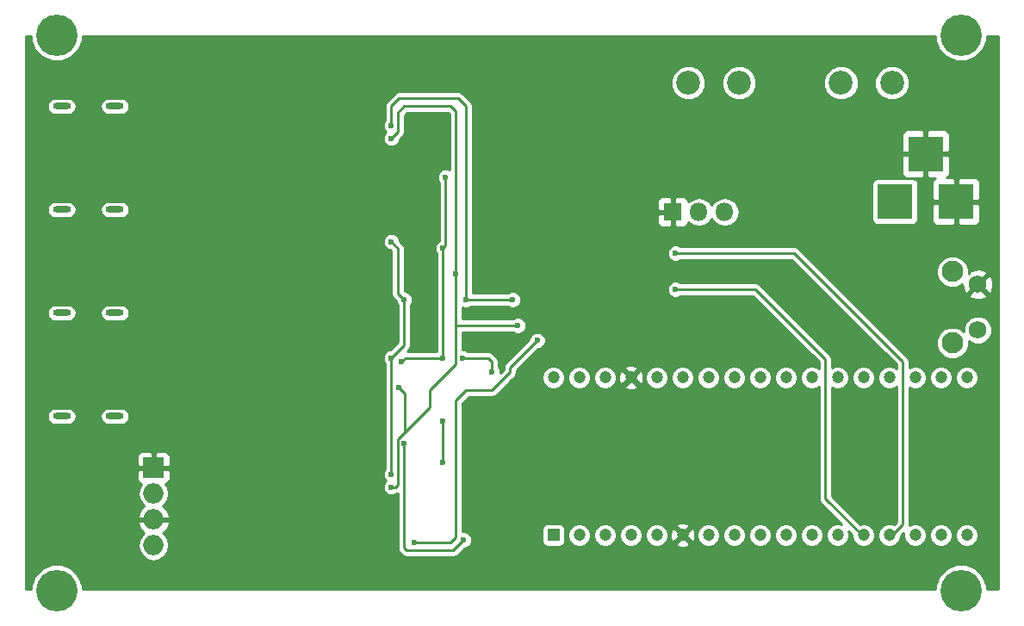
<source format=gbr>
G04 #@! TF.FileFunction,Copper,L2,Bot,Signal*
%FSLAX46Y46*%
G04 Gerber Fmt 4.6, Leading zero omitted, Abs format (unit mm)*
G04 Created by KiCad (PCBNEW 4.0.7) date 12/13/17 11:19:57*
%MOMM*%
%LPD*%
G01*
G04 APERTURE LIST*
%ADD10C,0.100000*%
%ADD11C,4.064000*%
%ADD12C,2.350000*%
%ADD13R,1.800000X1.800000*%
%ADD14O,1.800000X1.800000*%
%ADD15R,3.500000X3.500000*%
%ADD16C,2.100000*%
%ADD17C,1.750000*%
%ADD18O,1.800000X0.600000*%
%ADD19O,1.998980X1.998980*%
%ADD20R,1.998980X1.998980*%
%ADD21C,1.200000*%
%ADD22R,1.200000X1.200000*%
%ADD23C,0.600000*%
%ADD24C,0.250000*%
%ADD25C,0.254000*%
G04 APERTURE END LIST*
D10*
D11*
X207645000Y-142875000D03*
X118745000Y-142875000D03*
X118745000Y-88265000D03*
D12*
X195848000Y-92964000D03*
X200848000Y-92964000D03*
X185848000Y-92964000D03*
X180848000Y-92964000D03*
D13*
X179324000Y-105664000D03*
D14*
X181864000Y-105664000D03*
X184404000Y-105664000D03*
D15*
X201168000Y-104648000D03*
X207168000Y-104648000D03*
X204168000Y-99948000D03*
D16*
X206806000Y-118536000D03*
D17*
X209296000Y-117276000D03*
X209296000Y-112776000D03*
D16*
X206806000Y-111526000D03*
D11*
X207645000Y-88265000D03*
D18*
X124454840Y-105437740D03*
X119242840Y-105437740D03*
X124454840Y-115597740D03*
X119242840Y-115597740D03*
X124454840Y-125757740D03*
X119242840Y-125757740D03*
X124454840Y-95277740D03*
X119242840Y-95277740D03*
D19*
X128270000Y-138430000D03*
D20*
X128270000Y-130810000D03*
D19*
X128270000Y-133350000D03*
X128270000Y-135890000D03*
D21*
X167584000Y-121938000D03*
X170124000Y-121938000D03*
X172664000Y-121938000D03*
X175204000Y-121938000D03*
X177744000Y-121938000D03*
X180284000Y-121938000D03*
X182824000Y-121938000D03*
X185364000Y-121938000D03*
X187904000Y-121938000D03*
X190444000Y-121938000D03*
X192984000Y-121938000D03*
X195524000Y-121938000D03*
X198064000Y-121938000D03*
X200604000Y-121938000D03*
X203144000Y-121938000D03*
X205684000Y-121938000D03*
X208224000Y-121938000D03*
D22*
X167584000Y-137430000D03*
D21*
X170124000Y-137430000D03*
X172664000Y-137430000D03*
X175204000Y-137430000D03*
X177744000Y-137430000D03*
X180284000Y-137430000D03*
X182824000Y-137430000D03*
X185364000Y-137430000D03*
X187904000Y-137430000D03*
X190444000Y-137430000D03*
X192984000Y-137430000D03*
X195524000Y-137430000D03*
X198064000Y-137430000D03*
X200604000Y-137430000D03*
X203144000Y-137430000D03*
X205684000Y-137430000D03*
X208224000Y-137430000D03*
D23*
X153924000Y-138176000D03*
X165989000Y-118300500D03*
X179578000Y-113284000D03*
X152400000Y-122936000D03*
X164084000Y-116840000D03*
X151638000Y-132715000D03*
X157988000Y-111760000D03*
X151638000Y-98425000D03*
X179578000Y-109728000D03*
X159004000Y-114300000D03*
X151638000Y-131445000D03*
X151638000Y-97155000D03*
X163576000Y-114300000D03*
X152908000Y-114300000D03*
X151638000Y-120015000D03*
X151638000Y-108585000D03*
X158750000Y-137922000D03*
X152908000Y-128460500D03*
X152654000Y-120396000D03*
X156718000Y-126238000D03*
X156718000Y-130302000D03*
X161544000Y-121412000D03*
X158623000Y-120015000D03*
X156972000Y-102235000D03*
X156718000Y-120015000D03*
X156718000Y-109220000D03*
D24*
X157988000Y-126238000D02*
X157988000Y-124206000D01*
X157988000Y-126238000D02*
X157988000Y-137668000D01*
X157988000Y-137668000D02*
X157480000Y-138176000D01*
X157480000Y-138176000D02*
X153924000Y-138176000D01*
X163322000Y-120967500D02*
X165989000Y-118300500D01*
X163322000Y-121412000D02*
X163322000Y-120967500D01*
X161544000Y-123190000D02*
X163322000Y-121412000D01*
X159004000Y-123190000D02*
X161544000Y-123190000D01*
X157988000Y-124206000D02*
X159004000Y-123190000D01*
X179578000Y-113284000D02*
X187452000Y-113284000D01*
X187452000Y-113284000D02*
X194310000Y-120142000D01*
X194310000Y-120142000D02*
X194310000Y-133858000D01*
X197882000Y-137430000D02*
X194310000Y-133858000D01*
X197882000Y-137430000D02*
X198064000Y-137430000D01*
X152971500Y-123507500D02*
X152971500Y-127317500D01*
X152400000Y-122936000D02*
X152971500Y-123507500D01*
X157988000Y-116840000D02*
X157988000Y-111760000D01*
X164084000Y-116840000D02*
X157988000Y-116840000D01*
X151638000Y-132715000D02*
X152019000Y-132715000D01*
X152019000Y-132715000D02*
X152273000Y-132461000D01*
X152273000Y-132461000D02*
X152273000Y-128016000D01*
X152273000Y-128016000D02*
X152971500Y-127317500D01*
X152971500Y-127317500D02*
X155448000Y-124841000D01*
X155448000Y-124841000D02*
X155448000Y-123190000D01*
X155448000Y-123190000D02*
X157988000Y-120650000D01*
X157988000Y-120650000D02*
X157988000Y-116840000D01*
X157988000Y-95758000D02*
X157988000Y-111760000D01*
X157480000Y-95250000D02*
X157988000Y-95758000D01*
X152908000Y-95250000D02*
X157480000Y-95250000D01*
X152273000Y-95885000D02*
X152908000Y-95250000D01*
X152273000Y-97790000D02*
X152273000Y-95885000D01*
X151638000Y-98425000D02*
X152273000Y-97790000D01*
X201930000Y-136398000D02*
X200898000Y-137430000D01*
X200898000Y-137430000D02*
X200604000Y-137430000D01*
X201930000Y-120396000D02*
X201930000Y-136398000D01*
X191262000Y-109728000D02*
X201930000Y-120396000D01*
X179578000Y-109728000D02*
X191262000Y-109728000D01*
X151638000Y-131445000D02*
X151638000Y-120015000D01*
X159004000Y-95250000D02*
X159004000Y-114300000D01*
X158242000Y-94488000D02*
X159004000Y-95250000D01*
X152400000Y-94488000D02*
X158242000Y-94488000D01*
X151638000Y-95250000D02*
X152400000Y-94488000D01*
X151638000Y-97155000D02*
X151638000Y-95250000D01*
X159004000Y-114300000D02*
X163576000Y-114300000D01*
X152908000Y-118745000D02*
X152908000Y-114300000D01*
X151638000Y-120015000D02*
X152908000Y-118745000D01*
X151638000Y-108585000D02*
X152273000Y-109220000D01*
X152273000Y-109220000D02*
X152273000Y-113665000D01*
X152273000Y-113665000D02*
X152908000Y-114300000D01*
X152908000Y-128460500D02*
X152908000Y-138684000D01*
X157734000Y-138938000D02*
X158750000Y-137922000D01*
X153162000Y-138938000D02*
X157734000Y-138938000D01*
X152908000Y-138684000D02*
X153162000Y-138938000D01*
X153035000Y-120015000D02*
X156718000Y-120015000D01*
X152654000Y-120396000D02*
X153035000Y-120015000D01*
X156718000Y-130302000D02*
X156718000Y-126238000D01*
X158623000Y-120015000D02*
X161163000Y-120015000D01*
X161544000Y-121412000D02*
X161544000Y-120396000D01*
X161163000Y-120015000D02*
X161544000Y-120396000D01*
X156972000Y-108966000D02*
X156718000Y-109220000D01*
X156972000Y-102235000D02*
X156972000Y-108966000D01*
X156718000Y-109220000D02*
X156718000Y-120015000D01*
D25*
G36*
X116185557Y-88771783D02*
X116574320Y-89712663D01*
X117293550Y-90433150D01*
X118233750Y-90823555D01*
X119251783Y-90824443D01*
X120192663Y-90435680D01*
X120913150Y-89716450D01*
X121303555Y-88776250D01*
X121303890Y-88392000D01*
X205085888Y-88392000D01*
X205085557Y-88771783D01*
X205474320Y-89712663D01*
X206193550Y-90433150D01*
X207133750Y-90823555D01*
X208151783Y-90824443D01*
X209092663Y-90435680D01*
X209813150Y-89716450D01*
X210203555Y-88776250D01*
X210203890Y-88392000D01*
X211328000Y-88392000D01*
X211328000Y-142748000D01*
X210204112Y-142748000D01*
X210204443Y-142368217D01*
X209815680Y-141427337D01*
X209096450Y-140706850D01*
X208156250Y-140316445D01*
X207138217Y-140315557D01*
X206197337Y-140704320D01*
X205476850Y-141423550D01*
X205086445Y-142363750D01*
X205086110Y-142748000D01*
X121304112Y-142748000D01*
X121304443Y-142368217D01*
X120915680Y-141427337D01*
X120196450Y-140706850D01*
X119256250Y-140316445D01*
X118238217Y-140315557D01*
X117297337Y-140704320D01*
X116576850Y-141423550D01*
X116186445Y-142363750D01*
X116186110Y-142748000D01*
X115697000Y-142748000D01*
X115697000Y-136270355D01*
X126680373Y-136270355D01*
X126946932Y-136849726D01*
X127344550Y-137217842D01*
X127190609Y-137320703D01*
X126859707Y-137815932D01*
X126743510Y-138400094D01*
X126743510Y-138459906D01*
X126859707Y-139044068D01*
X127190609Y-139539297D01*
X127685838Y-139870199D01*
X128270000Y-139986396D01*
X128854162Y-139870199D01*
X129349391Y-139539297D01*
X129680293Y-139044068D01*
X129796490Y-138459906D01*
X129796490Y-138400094D01*
X129680293Y-137815932D01*
X129349391Y-137320703D01*
X129195450Y-137217842D01*
X129593068Y-136849726D01*
X129859627Y-136270355D01*
X129740807Y-136017000D01*
X128397000Y-136017000D01*
X128397000Y-136037000D01*
X128143000Y-136037000D01*
X128143000Y-136017000D01*
X126799193Y-136017000D01*
X126680373Y-136270355D01*
X115697000Y-136270355D01*
X115697000Y-131095750D01*
X126635510Y-131095750D01*
X126635510Y-131935799D01*
X126732183Y-132169188D01*
X126910811Y-132347817D01*
X127073900Y-132415371D01*
X126859707Y-132735932D01*
X126743510Y-133320094D01*
X126743510Y-133379906D01*
X126859707Y-133964068D01*
X127190609Y-134459297D01*
X127344550Y-134562158D01*
X126946932Y-134930274D01*
X126680373Y-135509645D01*
X126799193Y-135763000D01*
X128143000Y-135763000D01*
X128143000Y-135743000D01*
X128397000Y-135743000D01*
X128397000Y-135763000D01*
X129740807Y-135763000D01*
X129859627Y-135509645D01*
X129593068Y-134930274D01*
X129195450Y-134562158D01*
X129349391Y-134459297D01*
X129680293Y-133964068D01*
X129796490Y-133379906D01*
X129796490Y-133320094D01*
X129680293Y-132735932D01*
X129466100Y-132415371D01*
X129629189Y-132347817D01*
X129807817Y-132169188D01*
X129904490Y-131935799D01*
X129904490Y-131095750D01*
X129745740Y-130937000D01*
X128397000Y-130937000D01*
X128397000Y-130957000D01*
X128143000Y-130957000D01*
X128143000Y-130937000D01*
X126794260Y-130937000D01*
X126635510Y-131095750D01*
X115697000Y-131095750D01*
X115697000Y-129684201D01*
X126635510Y-129684201D01*
X126635510Y-130524250D01*
X126794260Y-130683000D01*
X128143000Y-130683000D01*
X128143000Y-129334260D01*
X128397000Y-129334260D01*
X128397000Y-130683000D01*
X129745740Y-130683000D01*
X129904490Y-130524250D01*
X129904490Y-129684201D01*
X129807817Y-129450812D01*
X129629189Y-129272183D01*
X129395800Y-129175510D01*
X128555750Y-129175510D01*
X128397000Y-129334260D01*
X128143000Y-129334260D01*
X127984250Y-129175510D01*
X127144200Y-129175510D01*
X126910811Y-129272183D01*
X126732183Y-129450812D01*
X126635510Y-129684201D01*
X115697000Y-129684201D01*
X115697000Y-125757740D01*
X117787883Y-125757740D01*
X117850835Y-126074219D01*
X118030106Y-126342517D01*
X118298404Y-126521788D01*
X118614883Y-126584740D01*
X119870797Y-126584740D01*
X120187276Y-126521788D01*
X120455574Y-126342517D01*
X120634845Y-126074219D01*
X120697797Y-125757740D01*
X122999883Y-125757740D01*
X123062835Y-126074219D01*
X123242106Y-126342517D01*
X123510404Y-126521788D01*
X123826883Y-126584740D01*
X125082797Y-126584740D01*
X125399276Y-126521788D01*
X125667574Y-126342517D01*
X125846845Y-126074219D01*
X125909797Y-125757740D01*
X125846845Y-125441261D01*
X125667574Y-125172963D01*
X125399276Y-124993692D01*
X125082797Y-124930740D01*
X123826883Y-124930740D01*
X123510404Y-124993692D01*
X123242106Y-125172963D01*
X123062835Y-125441261D01*
X122999883Y-125757740D01*
X120697797Y-125757740D01*
X120634845Y-125441261D01*
X120455574Y-125172963D01*
X120187276Y-124993692D01*
X119870797Y-124930740D01*
X118614883Y-124930740D01*
X118298404Y-124993692D01*
X118030106Y-125172963D01*
X117850835Y-125441261D01*
X117787883Y-125757740D01*
X115697000Y-125757740D01*
X115697000Y-115597740D01*
X117787883Y-115597740D01*
X117850835Y-115914219D01*
X118030106Y-116182517D01*
X118298404Y-116361788D01*
X118614883Y-116424740D01*
X119870797Y-116424740D01*
X120187276Y-116361788D01*
X120455574Y-116182517D01*
X120634845Y-115914219D01*
X120697797Y-115597740D01*
X122999883Y-115597740D01*
X123062835Y-115914219D01*
X123242106Y-116182517D01*
X123510404Y-116361788D01*
X123826883Y-116424740D01*
X125082797Y-116424740D01*
X125399276Y-116361788D01*
X125667574Y-116182517D01*
X125846845Y-115914219D01*
X125909797Y-115597740D01*
X125846845Y-115281261D01*
X125667574Y-115012963D01*
X125399276Y-114833692D01*
X125082797Y-114770740D01*
X123826883Y-114770740D01*
X123510404Y-114833692D01*
X123242106Y-115012963D01*
X123062835Y-115281261D01*
X122999883Y-115597740D01*
X120697797Y-115597740D01*
X120634845Y-115281261D01*
X120455574Y-115012963D01*
X120187276Y-114833692D01*
X119870797Y-114770740D01*
X118614883Y-114770740D01*
X118298404Y-114833692D01*
X118030106Y-115012963D01*
X117850835Y-115281261D01*
X117787883Y-115597740D01*
X115697000Y-115597740D01*
X115697000Y-105437740D01*
X117787883Y-105437740D01*
X117850835Y-105754219D01*
X118030106Y-106022517D01*
X118298404Y-106201788D01*
X118614883Y-106264740D01*
X119870797Y-106264740D01*
X120187276Y-106201788D01*
X120455574Y-106022517D01*
X120634845Y-105754219D01*
X120697797Y-105437740D01*
X122999883Y-105437740D01*
X123062835Y-105754219D01*
X123242106Y-106022517D01*
X123510404Y-106201788D01*
X123826883Y-106264740D01*
X125082797Y-106264740D01*
X125399276Y-106201788D01*
X125667574Y-106022517D01*
X125846845Y-105754219D01*
X125909797Y-105437740D01*
X125846845Y-105121261D01*
X125667574Y-104852963D01*
X125399276Y-104673692D01*
X125082797Y-104610740D01*
X123826883Y-104610740D01*
X123510404Y-104673692D01*
X123242106Y-104852963D01*
X123062835Y-105121261D01*
X122999883Y-105437740D01*
X120697797Y-105437740D01*
X120634845Y-105121261D01*
X120455574Y-104852963D01*
X120187276Y-104673692D01*
X119870797Y-104610740D01*
X118614883Y-104610740D01*
X118298404Y-104673692D01*
X118030106Y-104852963D01*
X117850835Y-105121261D01*
X117787883Y-105437740D01*
X115697000Y-105437740D01*
X115697000Y-97318779D01*
X150810857Y-97318779D01*
X150936495Y-97622846D01*
X151103445Y-97790088D01*
X150937312Y-97955930D01*
X150811144Y-98259778D01*
X150810857Y-98588779D01*
X150936495Y-98892846D01*
X151168930Y-99125688D01*
X151472778Y-99251856D01*
X151801779Y-99252143D01*
X152105846Y-99126505D01*
X152338688Y-98894070D01*
X152464856Y-98590222D01*
X152464917Y-98520150D01*
X152734031Y-98251036D01*
X152734034Y-98251034D01*
X152875369Y-98039510D01*
X152875370Y-98039509D01*
X152925001Y-97790000D01*
X152925000Y-97789995D01*
X152925000Y-96155068D01*
X153178067Y-95902000D01*
X157209932Y-95902000D01*
X157336000Y-96028067D01*
X157336000Y-101490683D01*
X157137222Y-101408144D01*
X156808221Y-101407857D01*
X156504154Y-101533495D01*
X156271312Y-101765930D01*
X156145144Y-102069778D01*
X156144857Y-102398779D01*
X156270495Y-102702846D01*
X156320000Y-102752438D01*
X156320000Y-108489635D01*
X156250154Y-108518495D01*
X156017312Y-108750930D01*
X155891144Y-109054778D01*
X155890857Y-109383779D01*
X156016495Y-109687846D01*
X156066000Y-109737438D01*
X156066000Y-119363000D01*
X153212067Y-119363000D01*
X153369031Y-119206036D01*
X153369034Y-119206034D01*
X153510369Y-118994510D01*
X153560000Y-118745000D01*
X153560000Y-114817673D01*
X153608688Y-114769070D01*
X153734856Y-114465222D01*
X153735143Y-114136221D01*
X153609505Y-113832154D01*
X153377070Y-113599312D01*
X153073222Y-113473144D01*
X153003150Y-113473083D01*
X152925000Y-113394932D01*
X152925000Y-109220005D01*
X152925001Y-109220000D01*
X152875370Y-108970491D01*
X152784510Y-108834509D01*
X152734034Y-108758966D01*
X152734031Y-108758964D01*
X152465083Y-108490016D01*
X152465143Y-108421221D01*
X152339505Y-108117154D01*
X152107070Y-107884312D01*
X151803222Y-107758144D01*
X151474221Y-107757857D01*
X151170154Y-107883495D01*
X150937312Y-108115930D01*
X150811144Y-108419778D01*
X150810857Y-108748779D01*
X150936495Y-109052846D01*
X151168930Y-109285688D01*
X151472778Y-109411856D01*
X151542850Y-109411917D01*
X151621000Y-109490067D01*
X151621000Y-113664995D01*
X151620999Y-113665000D01*
X151638518Y-113753070D01*
X151670631Y-113914510D01*
X151761490Y-114050491D01*
X151811966Y-114126034D01*
X152080917Y-114394985D01*
X152080857Y-114463779D01*
X152206495Y-114767846D01*
X152256000Y-114817438D01*
X152256000Y-118474933D01*
X151543015Y-119187917D01*
X151474221Y-119187857D01*
X151170154Y-119313495D01*
X150937312Y-119545930D01*
X150811144Y-119849778D01*
X150810857Y-120178779D01*
X150936495Y-120482846D01*
X150986000Y-120532438D01*
X150986000Y-130927327D01*
X150937312Y-130975930D01*
X150811144Y-131279778D01*
X150810857Y-131608779D01*
X150936495Y-131912846D01*
X151103445Y-132080088D01*
X150937312Y-132245930D01*
X150811144Y-132549778D01*
X150810857Y-132878779D01*
X150936495Y-133182846D01*
X151168930Y-133415688D01*
X151472778Y-133541856D01*
X151801779Y-133542143D01*
X152105846Y-133416505D01*
X152189390Y-133333107D01*
X152227113Y-133325604D01*
X152256000Y-133319857D01*
X152256000Y-138683995D01*
X152255999Y-138684000D01*
X152294328Y-138876688D01*
X152305631Y-138933510D01*
X152352158Y-139003143D01*
X152446966Y-139145034D01*
X152700964Y-139399031D01*
X152700966Y-139399034D01*
X152912490Y-139540369D01*
X153162000Y-139590000D01*
X157733995Y-139590000D01*
X157734000Y-139590001D01*
X157942113Y-139548604D01*
X157983510Y-139540369D01*
X158195034Y-139399034D01*
X158844985Y-138749083D01*
X158913779Y-138749143D01*
X159217846Y-138623505D01*
X159450688Y-138391070D01*
X159576856Y-138087222D01*
X159577143Y-137758221D01*
X159451505Y-137454154D01*
X159219070Y-137221312D01*
X158915222Y-137095144D01*
X158640000Y-137094904D01*
X158640000Y-136830000D01*
X166446676Y-136830000D01*
X166446676Y-138030000D01*
X166483423Y-138225294D01*
X166598842Y-138404660D01*
X166774951Y-138524990D01*
X166984000Y-138567324D01*
X168184000Y-138567324D01*
X168379294Y-138530577D01*
X168558660Y-138415158D01*
X168678990Y-138239049D01*
X168721324Y-138030000D01*
X168721324Y-137653191D01*
X168996805Y-137653191D01*
X169168019Y-138067560D01*
X169484772Y-138384867D01*
X169898842Y-138556804D01*
X170347191Y-138557195D01*
X170761560Y-138385981D01*
X171078867Y-138069228D01*
X171250804Y-137655158D01*
X171250805Y-137653191D01*
X171536805Y-137653191D01*
X171708019Y-138067560D01*
X172024772Y-138384867D01*
X172438842Y-138556804D01*
X172887191Y-138557195D01*
X173301560Y-138385981D01*
X173618867Y-138069228D01*
X173790804Y-137655158D01*
X173790805Y-137653191D01*
X174076805Y-137653191D01*
X174248019Y-138067560D01*
X174564772Y-138384867D01*
X174978842Y-138556804D01*
X175427191Y-138557195D01*
X175841560Y-138385981D01*
X176158867Y-138069228D01*
X176330804Y-137655158D01*
X176330805Y-137653191D01*
X176616805Y-137653191D01*
X176788019Y-138067560D01*
X177104772Y-138384867D01*
X177518842Y-138556804D01*
X177967191Y-138557195D01*
X178381560Y-138385981D01*
X178474969Y-138292735D01*
X179600870Y-138292735D01*
X179650383Y-138518164D01*
X180115036Y-138677807D01*
X180605413Y-138647482D01*
X180917617Y-138518164D01*
X180967130Y-138292735D01*
X180284000Y-137609605D01*
X179600870Y-138292735D01*
X178474969Y-138292735D01*
X178698867Y-138069228D01*
X178870804Y-137655158D01*
X178871147Y-137261036D01*
X179036193Y-137261036D01*
X179066518Y-137751413D01*
X179195836Y-138063617D01*
X179421265Y-138113130D01*
X180104395Y-137430000D01*
X180463605Y-137430000D01*
X181146735Y-138113130D01*
X181372164Y-138063617D01*
X181513175Y-137653191D01*
X181696805Y-137653191D01*
X181868019Y-138067560D01*
X182184772Y-138384867D01*
X182598842Y-138556804D01*
X183047191Y-138557195D01*
X183461560Y-138385981D01*
X183778867Y-138069228D01*
X183950804Y-137655158D01*
X183950805Y-137653191D01*
X184236805Y-137653191D01*
X184408019Y-138067560D01*
X184724772Y-138384867D01*
X185138842Y-138556804D01*
X185587191Y-138557195D01*
X186001560Y-138385981D01*
X186318867Y-138069228D01*
X186490804Y-137655158D01*
X186490805Y-137653191D01*
X186776805Y-137653191D01*
X186948019Y-138067560D01*
X187264772Y-138384867D01*
X187678842Y-138556804D01*
X188127191Y-138557195D01*
X188541560Y-138385981D01*
X188858867Y-138069228D01*
X189030804Y-137655158D01*
X189030805Y-137653191D01*
X189316805Y-137653191D01*
X189488019Y-138067560D01*
X189804772Y-138384867D01*
X190218842Y-138556804D01*
X190667191Y-138557195D01*
X191081560Y-138385981D01*
X191398867Y-138069228D01*
X191570804Y-137655158D01*
X191570805Y-137653191D01*
X191856805Y-137653191D01*
X192028019Y-138067560D01*
X192344772Y-138384867D01*
X192758842Y-138556804D01*
X193207191Y-138557195D01*
X193621560Y-138385981D01*
X193938867Y-138069228D01*
X194110804Y-137655158D01*
X194111195Y-137206809D01*
X193939981Y-136792440D01*
X193623228Y-136475133D01*
X193209158Y-136303196D01*
X192760809Y-136302805D01*
X192346440Y-136474019D01*
X192029133Y-136790772D01*
X191857196Y-137204842D01*
X191856805Y-137653191D01*
X191570805Y-137653191D01*
X191571195Y-137206809D01*
X191399981Y-136792440D01*
X191083228Y-136475133D01*
X190669158Y-136303196D01*
X190220809Y-136302805D01*
X189806440Y-136474019D01*
X189489133Y-136790772D01*
X189317196Y-137204842D01*
X189316805Y-137653191D01*
X189030805Y-137653191D01*
X189031195Y-137206809D01*
X188859981Y-136792440D01*
X188543228Y-136475133D01*
X188129158Y-136303196D01*
X187680809Y-136302805D01*
X187266440Y-136474019D01*
X186949133Y-136790772D01*
X186777196Y-137204842D01*
X186776805Y-137653191D01*
X186490805Y-137653191D01*
X186491195Y-137206809D01*
X186319981Y-136792440D01*
X186003228Y-136475133D01*
X185589158Y-136303196D01*
X185140809Y-136302805D01*
X184726440Y-136474019D01*
X184409133Y-136790772D01*
X184237196Y-137204842D01*
X184236805Y-137653191D01*
X183950805Y-137653191D01*
X183951195Y-137206809D01*
X183779981Y-136792440D01*
X183463228Y-136475133D01*
X183049158Y-136303196D01*
X182600809Y-136302805D01*
X182186440Y-136474019D01*
X181869133Y-136790772D01*
X181697196Y-137204842D01*
X181696805Y-137653191D01*
X181513175Y-137653191D01*
X181531807Y-137598964D01*
X181501482Y-137108587D01*
X181372164Y-136796383D01*
X181146735Y-136746870D01*
X180463605Y-137430000D01*
X180104395Y-137430000D01*
X179421265Y-136746870D01*
X179195836Y-136796383D01*
X179036193Y-137261036D01*
X178871147Y-137261036D01*
X178871195Y-137206809D01*
X178699981Y-136792440D01*
X178475200Y-136567265D01*
X179600870Y-136567265D01*
X180284000Y-137250395D01*
X180967130Y-136567265D01*
X180917617Y-136341836D01*
X180452964Y-136182193D01*
X179962587Y-136212518D01*
X179650383Y-136341836D01*
X179600870Y-136567265D01*
X178475200Y-136567265D01*
X178383228Y-136475133D01*
X177969158Y-136303196D01*
X177520809Y-136302805D01*
X177106440Y-136474019D01*
X176789133Y-136790772D01*
X176617196Y-137204842D01*
X176616805Y-137653191D01*
X176330805Y-137653191D01*
X176331195Y-137206809D01*
X176159981Y-136792440D01*
X175843228Y-136475133D01*
X175429158Y-136303196D01*
X174980809Y-136302805D01*
X174566440Y-136474019D01*
X174249133Y-136790772D01*
X174077196Y-137204842D01*
X174076805Y-137653191D01*
X173790805Y-137653191D01*
X173791195Y-137206809D01*
X173619981Y-136792440D01*
X173303228Y-136475133D01*
X172889158Y-136303196D01*
X172440809Y-136302805D01*
X172026440Y-136474019D01*
X171709133Y-136790772D01*
X171537196Y-137204842D01*
X171536805Y-137653191D01*
X171250805Y-137653191D01*
X171251195Y-137206809D01*
X171079981Y-136792440D01*
X170763228Y-136475133D01*
X170349158Y-136303196D01*
X169900809Y-136302805D01*
X169486440Y-136474019D01*
X169169133Y-136790772D01*
X168997196Y-137204842D01*
X168996805Y-137653191D01*
X168721324Y-137653191D01*
X168721324Y-136830000D01*
X168684577Y-136634706D01*
X168569158Y-136455340D01*
X168393049Y-136335010D01*
X168184000Y-136292676D01*
X166984000Y-136292676D01*
X166788706Y-136329423D01*
X166609340Y-136444842D01*
X166489010Y-136620951D01*
X166446676Y-136830000D01*
X158640000Y-136830000D01*
X158640000Y-124476068D01*
X159274068Y-123842000D01*
X161543995Y-123842000D01*
X161544000Y-123842001D01*
X161752113Y-123800604D01*
X161793510Y-123792369D01*
X162005034Y-123651034D01*
X163494876Y-122161191D01*
X166456805Y-122161191D01*
X166628019Y-122575560D01*
X166944772Y-122892867D01*
X167358842Y-123064804D01*
X167807191Y-123065195D01*
X168221560Y-122893981D01*
X168538867Y-122577228D01*
X168710804Y-122163158D01*
X168710805Y-122161191D01*
X168996805Y-122161191D01*
X169168019Y-122575560D01*
X169484772Y-122892867D01*
X169898842Y-123064804D01*
X170347191Y-123065195D01*
X170761560Y-122893981D01*
X171078867Y-122577228D01*
X171250804Y-122163158D01*
X171250805Y-122161191D01*
X171536805Y-122161191D01*
X171708019Y-122575560D01*
X172024772Y-122892867D01*
X172438842Y-123064804D01*
X172887191Y-123065195D01*
X173301560Y-122893981D01*
X173394969Y-122800735D01*
X174520870Y-122800735D01*
X174570383Y-123026164D01*
X175035036Y-123185807D01*
X175525413Y-123155482D01*
X175837617Y-123026164D01*
X175887130Y-122800735D01*
X175204000Y-122117605D01*
X174520870Y-122800735D01*
X173394969Y-122800735D01*
X173618867Y-122577228D01*
X173790804Y-122163158D01*
X173791147Y-121769036D01*
X173956193Y-121769036D01*
X173986518Y-122259413D01*
X174115836Y-122571617D01*
X174341265Y-122621130D01*
X175024395Y-121938000D01*
X175383605Y-121938000D01*
X176066735Y-122621130D01*
X176292164Y-122571617D01*
X176433175Y-122161191D01*
X176616805Y-122161191D01*
X176788019Y-122575560D01*
X177104772Y-122892867D01*
X177518842Y-123064804D01*
X177967191Y-123065195D01*
X178381560Y-122893981D01*
X178698867Y-122577228D01*
X178870804Y-122163158D01*
X178870805Y-122161191D01*
X179156805Y-122161191D01*
X179328019Y-122575560D01*
X179644772Y-122892867D01*
X180058842Y-123064804D01*
X180507191Y-123065195D01*
X180921560Y-122893981D01*
X181238867Y-122577228D01*
X181410804Y-122163158D01*
X181410805Y-122161191D01*
X181696805Y-122161191D01*
X181868019Y-122575560D01*
X182184772Y-122892867D01*
X182598842Y-123064804D01*
X183047191Y-123065195D01*
X183461560Y-122893981D01*
X183778867Y-122577228D01*
X183950804Y-122163158D01*
X183950805Y-122161191D01*
X184236805Y-122161191D01*
X184408019Y-122575560D01*
X184724772Y-122892867D01*
X185138842Y-123064804D01*
X185587191Y-123065195D01*
X186001560Y-122893981D01*
X186318867Y-122577228D01*
X186490804Y-122163158D01*
X186490805Y-122161191D01*
X186776805Y-122161191D01*
X186948019Y-122575560D01*
X187264772Y-122892867D01*
X187678842Y-123064804D01*
X188127191Y-123065195D01*
X188541560Y-122893981D01*
X188858867Y-122577228D01*
X189030804Y-122163158D01*
X189030805Y-122161191D01*
X189316805Y-122161191D01*
X189488019Y-122575560D01*
X189804772Y-122892867D01*
X190218842Y-123064804D01*
X190667191Y-123065195D01*
X191081560Y-122893981D01*
X191398867Y-122577228D01*
X191570804Y-122163158D01*
X191571195Y-121714809D01*
X191399981Y-121300440D01*
X191083228Y-120983133D01*
X190669158Y-120811196D01*
X190220809Y-120810805D01*
X189806440Y-120982019D01*
X189489133Y-121298772D01*
X189317196Y-121712842D01*
X189316805Y-122161191D01*
X189030805Y-122161191D01*
X189031195Y-121714809D01*
X188859981Y-121300440D01*
X188543228Y-120983133D01*
X188129158Y-120811196D01*
X187680809Y-120810805D01*
X187266440Y-120982019D01*
X186949133Y-121298772D01*
X186777196Y-121712842D01*
X186776805Y-122161191D01*
X186490805Y-122161191D01*
X186491195Y-121714809D01*
X186319981Y-121300440D01*
X186003228Y-120983133D01*
X185589158Y-120811196D01*
X185140809Y-120810805D01*
X184726440Y-120982019D01*
X184409133Y-121298772D01*
X184237196Y-121712842D01*
X184236805Y-122161191D01*
X183950805Y-122161191D01*
X183951195Y-121714809D01*
X183779981Y-121300440D01*
X183463228Y-120983133D01*
X183049158Y-120811196D01*
X182600809Y-120810805D01*
X182186440Y-120982019D01*
X181869133Y-121298772D01*
X181697196Y-121712842D01*
X181696805Y-122161191D01*
X181410805Y-122161191D01*
X181411195Y-121714809D01*
X181239981Y-121300440D01*
X180923228Y-120983133D01*
X180509158Y-120811196D01*
X180060809Y-120810805D01*
X179646440Y-120982019D01*
X179329133Y-121298772D01*
X179157196Y-121712842D01*
X179156805Y-122161191D01*
X178870805Y-122161191D01*
X178871195Y-121714809D01*
X178699981Y-121300440D01*
X178383228Y-120983133D01*
X177969158Y-120811196D01*
X177520809Y-120810805D01*
X177106440Y-120982019D01*
X176789133Y-121298772D01*
X176617196Y-121712842D01*
X176616805Y-122161191D01*
X176433175Y-122161191D01*
X176451807Y-122106964D01*
X176421482Y-121616587D01*
X176292164Y-121304383D01*
X176066735Y-121254870D01*
X175383605Y-121938000D01*
X175024395Y-121938000D01*
X174341265Y-121254870D01*
X174115836Y-121304383D01*
X173956193Y-121769036D01*
X173791147Y-121769036D01*
X173791195Y-121714809D01*
X173619981Y-121300440D01*
X173395200Y-121075265D01*
X174520870Y-121075265D01*
X175204000Y-121758395D01*
X175887130Y-121075265D01*
X175837617Y-120849836D01*
X175372964Y-120690193D01*
X174882587Y-120720518D01*
X174570383Y-120849836D01*
X174520870Y-121075265D01*
X173395200Y-121075265D01*
X173303228Y-120983133D01*
X172889158Y-120811196D01*
X172440809Y-120810805D01*
X172026440Y-120982019D01*
X171709133Y-121298772D01*
X171537196Y-121712842D01*
X171536805Y-122161191D01*
X171250805Y-122161191D01*
X171251195Y-121714809D01*
X171079981Y-121300440D01*
X170763228Y-120983133D01*
X170349158Y-120811196D01*
X169900809Y-120810805D01*
X169486440Y-120982019D01*
X169169133Y-121298772D01*
X168997196Y-121712842D01*
X168996805Y-122161191D01*
X168710805Y-122161191D01*
X168711195Y-121714809D01*
X168539981Y-121300440D01*
X168223228Y-120983133D01*
X167809158Y-120811196D01*
X167360809Y-120810805D01*
X166946440Y-120982019D01*
X166629133Y-121298772D01*
X166457196Y-121712842D01*
X166456805Y-122161191D01*
X163494876Y-122161191D01*
X163783031Y-121873036D01*
X163783034Y-121873034D01*
X163924369Y-121661510D01*
X163924370Y-121661509D01*
X163974001Y-121412000D01*
X163974000Y-121411995D01*
X163974000Y-121237568D01*
X166083984Y-119127583D01*
X166152779Y-119127643D01*
X166456846Y-119002005D01*
X166689688Y-118769570D01*
X166815856Y-118465722D01*
X166816143Y-118136721D01*
X166690505Y-117832654D01*
X166458070Y-117599812D01*
X166154222Y-117473644D01*
X165825221Y-117473357D01*
X165521154Y-117598995D01*
X165288312Y-117831430D01*
X165162144Y-118135278D01*
X165162083Y-118205350D01*
X162860966Y-120506466D01*
X162719631Y-120717990D01*
X162719631Y-120717991D01*
X162669999Y-120967500D01*
X162670000Y-120967505D01*
X162670000Y-121141933D01*
X162370975Y-121440958D01*
X162371143Y-121248221D01*
X162245505Y-120944154D01*
X162196000Y-120894562D01*
X162196000Y-120396000D01*
X162146369Y-120146490D01*
X162005034Y-119934966D01*
X162005031Y-119934964D01*
X161624034Y-119553966D01*
X161602580Y-119539631D01*
X161412510Y-119412631D01*
X161371113Y-119404396D01*
X161163000Y-119362999D01*
X161162995Y-119363000D01*
X159140673Y-119363000D01*
X159092070Y-119314312D01*
X158788222Y-119188144D01*
X158640000Y-119188015D01*
X158640000Y-117492000D01*
X163566327Y-117492000D01*
X163614930Y-117540688D01*
X163918778Y-117666856D01*
X164247779Y-117667143D01*
X164551846Y-117541505D01*
X164784688Y-117309070D01*
X164910856Y-117005222D01*
X164911143Y-116676221D01*
X164785505Y-116372154D01*
X164553070Y-116139312D01*
X164249222Y-116013144D01*
X163920221Y-116012857D01*
X163616154Y-116138495D01*
X163566562Y-116188000D01*
X158640000Y-116188000D01*
X158640000Y-115044317D01*
X158838778Y-115126856D01*
X159167779Y-115127143D01*
X159471846Y-115001505D01*
X159521438Y-114952000D01*
X163058327Y-114952000D01*
X163106930Y-115000688D01*
X163410778Y-115126856D01*
X163739779Y-115127143D01*
X164043846Y-115001505D01*
X164276688Y-114769070D01*
X164402856Y-114465222D01*
X164403143Y-114136221D01*
X164277505Y-113832154D01*
X164045070Y-113599312D01*
X163741222Y-113473144D01*
X163412221Y-113472857D01*
X163108154Y-113598495D01*
X163058562Y-113648000D01*
X159656000Y-113648000D01*
X159656000Y-113447779D01*
X178750857Y-113447779D01*
X178876495Y-113751846D01*
X179108930Y-113984688D01*
X179412778Y-114110856D01*
X179741779Y-114111143D01*
X180045846Y-113985505D01*
X180095438Y-113936000D01*
X187181932Y-113936000D01*
X193658000Y-120412067D01*
X193658000Y-121017966D01*
X193623228Y-120983133D01*
X193209158Y-120811196D01*
X192760809Y-120810805D01*
X192346440Y-120982019D01*
X192029133Y-121298772D01*
X191857196Y-121712842D01*
X191856805Y-122161191D01*
X192028019Y-122575560D01*
X192344772Y-122892867D01*
X192758842Y-123064804D01*
X193207191Y-123065195D01*
X193621560Y-122893981D01*
X193658000Y-122857605D01*
X193658000Y-133857995D01*
X193657999Y-133858000D01*
X193679098Y-133964068D01*
X193707631Y-134107510D01*
X193836503Y-134300381D01*
X193848966Y-134319034D01*
X195892755Y-136362823D01*
X195749158Y-136303196D01*
X195300809Y-136302805D01*
X194886440Y-136474019D01*
X194569133Y-136790772D01*
X194397196Y-137204842D01*
X194396805Y-137653191D01*
X194568019Y-138067560D01*
X194884772Y-138384867D01*
X195298842Y-138556804D01*
X195747191Y-138557195D01*
X196161560Y-138385981D01*
X196478867Y-138069228D01*
X196650804Y-137655158D01*
X196651195Y-137206809D01*
X196590959Y-137061027D01*
X196937020Y-137407088D01*
X196936805Y-137653191D01*
X197108019Y-138067560D01*
X197424772Y-138384867D01*
X197838842Y-138556804D01*
X198287191Y-138557195D01*
X198701560Y-138385981D01*
X199018867Y-138069228D01*
X199190804Y-137655158D01*
X199191195Y-137206809D01*
X199019981Y-136792440D01*
X198703228Y-136475133D01*
X198289158Y-136303196D01*
X197840809Y-136302805D01*
X197724805Y-136350737D01*
X194962000Y-133587932D01*
X194962000Y-122924935D01*
X195298842Y-123064804D01*
X195747191Y-123065195D01*
X196161560Y-122893981D01*
X196478867Y-122577228D01*
X196650804Y-122163158D01*
X196650805Y-122161191D01*
X196936805Y-122161191D01*
X197108019Y-122575560D01*
X197424772Y-122892867D01*
X197838842Y-123064804D01*
X198287191Y-123065195D01*
X198701560Y-122893981D01*
X199018867Y-122577228D01*
X199190804Y-122163158D01*
X199191195Y-121714809D01*
X199019981Y-121300440D01*
X198703228Y-120983133D01*
X198289158Y-120811196D01*
X197840809Y-120810805D01*
X197426440Y-120982019D01*
X197109133Y-121298772D01*
X196937196Y-121712842D01*
X196936805Y-122161191D01*
X196650805Y-122161191D01*
X196651195Y-121714809D01*
X196479981Y-121300440D01*
X196163228Y-120983133D01*
X195749158Y-120811196D01*
X195300809Y-120810805D01*
X194962000Y-120950798D01*
X194962000Y-120142005D01*
X194962001Y-120142000D01*
X194912370Y-119892491D01*
X194827511Y-119765490D01*
X194771034Y-119680966D01*
X194771031Y-119680964D01*
X187913034Y-112822966D01*
X187842744Y-112776000D01*
X187701510Y-112681631D01*
X187660113Y-112673396D01*
X187452000Y-112631999D01*
X187451995Y-112632000D01*
X180095673Y-112632000D01*
X180047070Y-112583312D01*
X179743222Y-112457144D01*
X179414221Y-112456857D01*
X179110154Y-112582495D01*
X178877312Y-112814930D01*
X178751144Y-113118778D01*
X178750857Y-113447779D01*
X159656000Y-113447779D01*
X159656000Y-109891779D01*
X178750857Y-109891779D01*
X178876495Y-110195846D01*
X179108930Y-110428688D01*
X179412778Y-110554856D01*
X179741779Y-110555143D01*
X180045846Y-110429505D01*
X180095438Y-110380000D01*
X190991932Y-110380000D01*
X201278000Y-120666067D01*
X201278000Y-121017966D01*
X201243228Y-120983133D01*
X200829158Y-120811196D01*
X200380809Y-120810805D01*
X199966440Y-120982019D01*
X199649133Y-121298772D01*
X199477196Y-121712842D01*
X199476805Y-122161191D01*
X199648019Y-122575560D01*
X199964772Y-122892867D01*
X200378842Y-123064804D01*
X200827191Y-123065195D01*
X201241560Y-122893981D01*
X201278000Y-122857605D01*
X201278000Y-136127933D01*
X201022467Y-136383465D01*
X200829158Y-136303196D01*
X200380809Y-136302805D01*
X199966440Y-136474019D01*
X199649133Y-136790772D01*
X199477196Y-137204842D01*
X199476805Y-137653191D01*
X199648019Y-138067560D01*
X199964772Y-138384867D01*
X200378842Y-138556804D01*
X200827191Y-138557195D01*
X201241560Y-138385981D01*
X201558867Y-138069228D01*
X201730804Y-137655158D01*
X201730923Y-137519145D01*
X202017172Y-137232896D01*
X202016805Y-137653191D01*
X202188019Y-138067560D01*
X202504772Y-138384867D01*
X202918842Y-138556804D01*
X203367191Y-138557195D01*
X203781560Y-138385981D01*
X204098867Y-138069228D01*
X204270804Y-137655158D01*
X204270805Y-137653191D01*
X204556805Y-137653191D01*
X204728019Y-138067560D01*
X205044772Y-138384867D01*
X205458842Y-138556804D01*
X205907191Y-138557195D01*
X206321560Y-138385981D01*
X206638867Y-138069228D01*
X206810804Y-137655158D01*
X206810805Y-137653191D01*
X207096805Y-137653191D01*
X207268019Y-138067560D01*
X207584772Y-138384867D01*
X207998842Y-138556804D01*
X208447191Y-138557195D01*
X208861560Y-138385981D01*
X209178867Y-138069228D01*
X209350804Y-137655158D01*
X209351195Y-137206809D01*
X209179981Y-136792440D01*
X208863228Y-136475133D01*
X208449158Y-136303196D01*
X208000809Y-136302805D01*
X207586440Y-136474019D01*
X207269133Y-136790772D01*
X207097196Y-137204842D01*
X207096805Y-137653191D01*
X206810805Y-137653191D01*
X206811195Y-137206809D01*
X206639981Y-136792440D01*
X206323228Y-136475133D01*
X205909158Y-136303196D01*
X205460809Y-136302805D01*
X205046440Y-136474019D01*
X204729133Y-136790772D01*
X204557196Y-137204842D01*
X204556805Y-137653191D01*
X204270805Y-137653191D01*
X204271195Y-137206809D01*
X204099981Y-136792440D01*
X203783228Y-136475133D01*
X203369158Y-136303196D01*
X202920809Y-136302805D01*
X202572291Y-136446810D01*
X202582000Y-136398000D01*
X202582000Y-122924935D01*
X202918842Y-123064804D01*
X203367191Y-123065195D01*
X203781560Y-122893981D01*
X204098867Y-122577228D01*
X204270804Y-122163158D01*
X204270805Y-122161191D01*
X204556805Y-122161191D01*
X204728019Y-122575560D01*
X205044772Y-122892867D01*
X205458842Y-123064804D01*
X205907191Y-123065195D01*
X206321560Y-122893981D01*
X206638867Y-122577228D01*
X206810804Y-122163158D01*
X206810805Y-122161191D01*
X207096805Y-122161191D01*
X207268019Y-122575560D01*
X207584772Y-122892867D01*
X207998842Y-123064804D01*
X208447191Y-123065195D01*
X208861560Y-122893981D01*
X209178867Y-122577228D01*
X209350804Y-122163158D01*
X209351195Y-121714809D01*
X209179981Y-121300440D01*
X208863228Y-120983133D01*
X208449158Y-120811196D01*
X208000809Y-120810805D01*
X207586440Y-120982019D01*
X207269133Y-121298772D01*
X207097196Y-121712842D01*
X207096805Y-122161191D01*
X206810805Y-122161191D01*
X206811195Y-121714809D01*
X206639981Y-121300440D01*
X206323228Y-120983133D01*
X205909158Y-120811196D01*
X205460809Y-120810805D01*
X205046440Y-120982019D01*
X204729133Y-121298772D01*
X204557196Y-121712842D01*
X204556805Y-122161191D01*
X204270805Y-122161191D01*
X204271195Y-121714809D01*
X204099981Y-121300440D01*
X203783228Y-120983133D01*
X203369158Y-120811196D01*
X202920809Y-120810805D01*
X202582000Y-120950798D01*
X202582000Y-120396000D01*
X202532369Y-120146490D01*
X202391034Y-119934966D01*
X202391031Y-119934964D01*
X201304376Y-118848308D01*
X205228727Y-118848308D01*
X205468305Y-119428132D01*
X205911535Y-119872136D01*
X206490939Y-120112725D01*
X207118308Y-120113273D01*
X207698132Y-119873695D01*
X208142136Y-119430465D01*
X208382725Y-118851061D01*
X208383166Y-118346032D01*
X208500794Y-118463865D01*
X209015901Y-118677756D01*
X209573652Y-118678243D01*
X210089132Y-118465251D01*
X210483865Y-118071206D01*
X210697756Y-117556099D01*
X210698243Y-116998348D01*
X210485251Y-116482868D01*
X210091206Y-116088135D01*
X209576099Y-115874244D01*
X209018348Y-115873757D01*
X208502868Y-116086749D01*
X208108135Y-116480794D01*
X207894244Y-116995901D01*
X207893897Y-117393634D01*
X207700465Y-117199864D01*
X207121061Y-116959275D01*
X206493692Y-116958727D01*
X205913868Y-117198305D01*
X205469864Y-117641535D01*
X205229275Y-118220939D01*
X205228727Y-118848308D01*
X201304376Y-118848308D01*
X196294128Y-113838060D01*
X208413545Y-113838060D01*
X208496884Y-114091953D01*
X209061306Y-114297590D01*
X209661458Y-114271579D01*
X210095116Y-114091953D01*
X210178455Y-113838060D01*
X209296000Y-112955605D01*
X208413545Y-113838060D01*
X196294128Y-113838060D01*
X194294376Y-111838308D01*
X205228727Y-111838308D01*
X205468305Y-112418132D01*
X205911535Y-112862136D01*
X206490939Y-113102725D01*
X207118308Y-113103273D01*
X207698132Y-112863695D01*
X207784640Y-112777338D01*
X207800421Y-113141458D01*
X207980047Y-113575116D01*
X208233940Y-113658455D01*
X209116395Y-112776000D01*
X209475605Y-112776000D01*
X210358060Y-113658455D01*
X210611953Y-113575116D01*
X210817590Y-113010694D01*
X210791579Y-112410542D01*
X210611953Y-111976884D01*
X210358060Y-111893545D01*
X209475605Y-112776000D01*
X209116395Y-112776000D01*
X209102253Y-112761858D01*
X209281858Y-112582253D01*
X209296000Y-112596395D01*
X210178455Y-111713940D01*
X210095116Y-111460047D01*
X209530694Y-111254410D01*
X208930542Y-111280421D01*
X208496884Y-111460047D01*
X208413546Y-111713938D01*
X208382863Y-111683255D01*
X208383273Y-111213692D01*
X208143695Y-110633868D01*
X207700465Y-110189864D01*
X207121061Y-109949275D01*
X206493692Y-109948727D01*
X205913868Y-110188305D01*
X205469864Y-110631535D01*
X205229275Y-111210939D01*
X205228727Y-111838308D01*
X194294376Y-111838308D01*
X191723034Y-109266966D01*
X191646024Y-109215510D01*
X191511510Y-109125631D01*
X191470113Y-109117396D01*
X191262000Y-109075999D01*
X191261995Y-109076000D01*
X180095673Y-109076000D01*
X180047070Y-109027312D01*
X179743222Y-108901144D01*
X179414221Y-108900857D01*
X179110154Y-109026495D01*
X178877312Y-109258930D01*
X178751144Y-109562778D01*
X178750857Y-109891779D01*
X159656000Y-109891779D01*
X159656000Y-105949750D01*
X177789000Y-105949750D01*
X177789000Y-106690310D01*
X177885673Y-106923699D01*
X178064302Y-107102327D01*
X178297691Y-107199000D01*
X179038250Y-107199000D01*
X179197000Y-107040250D01*
X179197000Y-105791000D01*
X177947750Y-105791000D01*
X177789000Y-105949750D01*
X159656000Y-105949750D01*
X159656000Y-104637690D01*
X177789000Y-104637690D01*
X177789000Y-105378250D01*
X177947750Y-105537000D01*
X179197000Y-105537000D01*
X179197000Y-104287750D01*
X179451000Y-104287750D01*
X179451000Y-105537000D01*
X179471000Y-105537000D01*
X179471000Y-105791000D01*
X179451000Y-105791000D01*
X179451000Y-107040250D01*
X179609750Y-107199000D01*
X180350309Y-107199000D01*
X180583698Y-107102327D01*
X180762327Y-106923699D01*
X180857666Y-106693530D01*
X181289954Y-106982376D01*
X181836043Y-107091000D01*
X181891957Y-107091000D01*
X182438046Y-106982376D01*
X182900998Y-106673041D01*
X183134000Y-106324329D01*
X183367002Y-106673041D01*
X183829954Y-106982376D01*
X184376043Y-107091000D01*
X184431957Y-107091000D01*
X184978046Y-106982376D01*
X185440998Y-106673041D01*
X185750333Y-106210089D01*
X185858957Y-105664000D01*
X185750333Y-105117911D01*
X185440998Y-104654959D01*
X184978046Y-104345624D01*
X184431957Y-104237000D01*
X184376043Y-104237000D01*
X183829954Y-104345624D01*
X183367002Y-104654959D01*
X183134000Y-105003671D01*
X182900998Y-104654959D01*
X182438046Y-104345624D01*
X181891957Y-104237000D01*
X181836043Y-104237000D01*
X181289954Y-104345624D01*
X180857666Y-104634470D01*
X180762327Y-104404301D01*
X180583698Y-104225673D01*
X180350309Y-104129000D01*
X179609750Y-104129000D01*
X179451000Y-104287750D01*
X179197000Y-104287750D01*
X179038250Y-104129000D01*
X178297691Y-104129000D01*
X178064302Y-104225673D01*
X177885673Y-104404301D01*
X177789000Y-104637690D01*
X159656000Y-104637690D01*
X159656000Y-102898000D01*
X198880676Y-102898000D01*
X198880676Y-106398000D01*
X198917423Y-106593294D01*
X199032842Y-106772660D01*
X199208951Y-106892990D01*
X199418000Y-106935324D01*
X202918000Y-106935324D01*
X203113294Y-106898577D01*
X203292660Y-106783158D01*
X203412990Y-106607049D01*
X203455324Y-106398000D01*
X203455324Y-104933750D01*
X204783000Y-104933750D01*
X204783000Y-106524310D01*
X204879673Y-106757699D01*
X205058302Y-106936327D01*
X205291691Y-107033000D01*
X206882250Y-107033000D01*
X207041000Y-106874250D01*
X207041000Y-104775000D01*
X207295000Y-104775000D01*
X207295000Y-106874250D01*
X207453750Y-107033000D01*
X209044309Y-107033000D01*
X209277698Y-106936327D01*
X209456327Y-106757699D01*
X209553000Y-106524310D01*
X209553000Y-104933750D01*
X209394250Y-104775000D01*
X207295000Y-104775000D01*
X207041000Y-104775000D01*
X204941750Y-104775000D01*
X204783000Y-104933750D01*
X203455324Y-104933750D01*
X203455324Y-102898000D01*
X203418577Y-102702706D01*
X203303158Y-102523340D01*
X203127049Y-102403010D01*
X202918000Y-102360676D01*
X199418000Y-102360676D01*
X199222706Y-102397423D01*
X199043340Y-102512842D01*
X198923010Y-102688951D01*
X198880676Y-102898000D01*
X159656000Y-102898000D01*
X159656000Y-100233750D01*
X201783000Y-100233750D01*
X201783000Y-101824310D01*
X201879673Y-102057699D01*
X202058302Y-102236327D01*
X202291691Y-102333000D01*
X203882250Y-102333000D01*
X204041000Y-102174250D01*
X204041000Y-100075000D01*
X204295000Y-100075000D01*
X204295000Y-102174250D01*
X204453750Y-102333000D01*
X205122696Y-102333000D01*
X205058302Y-102359673D01*
X204879673Y-102538301D01*
X204783000Y-102771690D01*
X204783000Y-104362250D01*
X204941750Y-104521000D01*
X207041000Y-104521000D01*
X207041000Y-102421750D01*
X207295000Y-102421750D01*
X207295000Y-104521000D01*
X209394250Y-104521000D01*
X209553000Y-104362250D01*
X209553000Y-102771690D01*
X209456327Y-102538301D01*
X209277698Y-102359673D01*
X209044309Y-102263000D01*
X207453750Y-102263000D01*
X207295000Y-102421750D01*
X207041000Y-102421750D01*
X206882250Y-102263000D01*
X206213304Y-102263000D01*
X206277698Y-102236327D01*
X206456327Y-102057699D01*
X206553000Y-101824310D01*
X206553000Y-100233750D01*
X206394250Y-100075000D01*
X204295000Y-100075000D01*
X204041000Y-100075000D01*
X201941750Y-100075000D01*
X201783000Y-100233750D01*
X159656000Y-100233750D01*
X159656000Y-98071690D01*
X201783000Y-98071690D01*
X201783000Y-99662250D01*
X201941750Y-99821000D01*
X204041000Y-99821000D01*
X204041000Y-97721750D01*
X204295000Y-97721750D01*
X204295000Y-99821000D01*
X206394250Y-99821000D01*
X206553000Y-99662250D01*
X206553000Y-98071690D01*
X206456327Y-97838301D01*
X206277698Y-97659673D01*
X206044309Y-97563000D01*
X204453750Y-97563000D01*
X204295000Y-97721750D01*
X204041000Y-97721750D01*
X203882250Y-97563000D01*
X202291691Y-97563000D01*
X202058302Y-97659673D01*
X201879673Y-97838301D01*
X201783000Y-98071690D01*
X159656000Y-98071690D01*
X159656000Y-95250005D01*
X159656001Y-95250000D01*
X159606370Y-95000491D01*
X159559471Y-94930302D01*
X159465034Y-94788966D01*
X159465031Y-94788964D01*
X158703034Y-94026966D01*
X158556961Y-93929364D01*
X158491510Y-93885631D01*
X158450113Y-93877396D01*
X158242000Y-93835999D01*
X158241995Y-93836000D01*
X152400005Y-93836000D01*
X152400000Y-93835999D01*
X152150491Y-93885630D01*
X152150489Y-93885631D01*
X152150490Y-93885631D01*
X151938966Y-94026966D01*
X151938964Y-94026969D01*
X151176966Y-94788966D01*
X151035631Y-95000490D01*
X151035631Y-95000491D01*
X150985999Y-95250000D01*
X150986000Y-95250005D01*
X150986000Y-96637327D01*
X150937312Y-96685930D01*
X150811144Y-96989778D01*
X150810857Y-97318779D01*
X115697000Y-97318779D01*
X115697000Y-95277740D01*
X117787883Y-95277740D01*
X117850835Y-95594219D01*
X118030106Y-95862517D01*
X118298404Y-96041788D01*
X118614883Y-96104740D01*
X119870797Y-96104740D01*
X120187276Y-96041788D01*
X120455574Y-95862517D01*
X120634845Y-95594219D01*
X120697797Y-95277740D01*
X122999883Y-95277740D01*
X123062835Y-95594219D01*
X123242106Y-95862517D01*
X123510404Y-96041788D01*
X123826883Y-96104740D01*
X125082797Y-96104740D01*
X125399276Y-96041788D01*
X125667574Y-95862517D01*
X125846845Y-95594219D01*
X125909797Y-95277740D01*
X125846845Y-94961261D01*
X125667574Y-94692963D01*
X125399276Y-94513692D01*
X125082797Y-94450740D01*
X123826883Y-94450740D01*
X123510404Y-94513692D01*
X123242106Y-94692963D01*
X123062835Y-94961261D01*
X122999883Y-95277740D01*
X120697797Y-95277740D01*
X120634845Y-94961261D01*
X120455574Y-94692963D01*
X120187276Y-94513692D01*
X119870797Y-94450740D01*
X118614883Y-94450740D01*
X118298404Y-94513692D01*
X118030106Y-94692963D01*
X117850835Y-94961261D01*
X117787883Y-95277740D01*
X115697000Y-95277740D01*
X115697000Y-93301063D01*
X179145705Y-93301063D01*
X179404273Y-93926846D01*
X179882636Y-94406044D01*
X180507966Y-94665704D01*
X181185063Y-94666295D01*
X181810846Y-94407727D01*
X182290044Y-93929364D01*
X182549704Y-93304034D01*
X182549706Y-93301063D01*
X184145705Y-93301063D01*
X184404273Y-93926846D01*
X184882636Y-94406044D01*
X185507966Y-94665704D01*
X186185063Y-94666295D01*
X186810846Y-94407727D01*
X187290044Y-93929364D01*
X187549704Y-93304034D01*
X187549706Y-93301063D01*
X194145705Y-93301063D01*
X194404273Y-93926846D01*
X194882636Y-94406044D01*
X195507966Y-94665704D01*
X196185063Y-94666295D01*
X196810846Y-94407727D01*
X197290044Y-93929364D01*
X197549704Y-93304034D01*
X197549706Y-93301063D01*
X199145705Y-93301063D01*
X199404273Y-93926846D01*
X199882636Y-94406044D01*
X200507966Y-94665704D01*
X201185063Y-94666295D01*
X201810846Y-94407727D01*
X202290044Y-93929364D01*
X202549704Y-93304034D01*
X202550295Y-92626937D01*
X202291727Y-92001154D01*
X201813364Y-91521956D01*
X201188034Y-91262296D01*
X200510937Y-91261705D01*
X199885154Y-91520273D01*
X199405956Y-91998636D01*
X199146296Y-92623966D01*
X199145705Y-93301063D01*
X197549706Y-93301063D01*
X197550295Y-92626937D01*
X197291727Y-92001154D01*
X196813364Y-91521956D01*
X196188034Y-91262296D01*
X195510937Y-91261705D01*
X194885154Y-91520273D01*
X194405956Y-91998636D01*
X194146296Y-92623966D01*
X194145705Y-93301063D01*
X187549706Y-93301063D01*
X187550295Y-92626937D01*
X187291727Y-92001154D01*
X186813364Y-91521956D01*
X186188034Y-91262296D01*
X185510937Y-91261705D01*
X184885154Y-91520273D01*
X184405956Y-91998636D01*
X184146296Y-92623966D01*
X184145705Y-93301063D01*
X182549706Y-93301063D01*
X182550295Y-92626937D01*
X182291727Y-92001154D01*
X181813364Y-91521956D01*
X181188034Y-91262296D01*
X180510937Y-91261705D01*
X179885154Y-91520273D01*
X179405956Y-91998636D01*
X179146296Y-92623966D01*
X179145705Y-93301063D01*
X115697000Y-93301063D01*
X115697000Y-88392000D01*
X116185888Y-88392000D01*
X116185557Y-88771783D01*
X116185557Y-88771783D01*
G37*
X116185557Y-88771783D02*
X116574320Y-89712663D01*
X117293550Y-90433150D01*
X118233750Y-90823555D01*
X119251783Y-90824443D01*
X120192663Y-90435680D01*
X120913150Y-89716450D01*
X121303555Y-88776250D01*
X121303890Y-88392000D01*
X205085888Y-88392000D01*
X205085557Y-88771783D01*
X205474320Y-89712663D01*
X206193550Y-90433150D01*
X207133750Y-90823555D01*
X208151783Y-90824443D01*
X209092663Y-90435680D01*
X209813150Y-89716450D01*
X210203555Y-88776250D01*
X210203890Y-88392000D01*
X211328000Y-88392000D01*
X211328000Y-142748000D01*
X210204112Y-142748000D01*
X210204443Y-142368217D01*
X209815680Y-141427337D01*
X209096450Y-140706850D01*
X208156250Y-140316445D01*
X207138217Y-140315557D01*
X206197337Y-140704320D01*
X205476850Y-141423550D01*
X205086445Y-142363750D01*
X205086110Y-142748000D01*
X121304112Y-142748000D01*
X121304443Y-142368217D01*
X120915680Y-141427337D01*
X120196450Y-140706850D01*
X119256250Y-140316445D01*
X118238217Y-140315557D01*
X117297337Y-140704320D01*
X116576850Y-141423550D01*
X116186445Y-142363750D01*
X116186110Y-142748000D01*
X115697000Y-142748000D01*
X115697000Y-136270355D01*
X126680373Y-136270355D01*
X126946932Y-136849726D01*
X127344550Y-137217842D01*
X127190609Y-137320703D01*
X126859707Y-137815932D01*
X126743510Y-138400094D01*
X126743510Y-138459906D01*
X126859707Y-139044068D01*
X127190609Y-139539297D01*
X127685838Y-139870199D01*
X128270000Y-139986396D01*
X128854162Y-139870199D01*
X129349391Y-139539297D01*
X129680293Y-139044068D01*
X129796490Y-138459906D01*
X129796490Y-138400094D01*
X129680293Y-137815932D01*
X129349391Y-137320703D01*
X129195450Y-137217842D01*
X129593068Y-136849726D01*
X129859627Y-136270355D01*
X129740807Y-136017000D01*
X128397000Y-136017000D01*
X128397000Y-136037000D01*
X128143000Y-136037000D01*
X128143000Y-136017000D01*
X126799193Y-136017000D01*
X126680373Y-136270355D01*
X115697000Y-136270355D01*
X115697000Y-131095750D01*
X126635510Y-131095750D01*
X126635510Y-131935799D01*
X126732183Y-132169188D01*
X126910811Y-132347817D01*
X127073900Y-132415371D01*
X126859707Y-132735932D01*
X126743510Y-133320094D01*
X126743510Y-133379906D01*
X126859707Y-133964068D01*
X127190609Y-134459297D01*
X127344550Y-134562158D01*
X126946932Y-134930274D01*
X126680373Y-135509645D01*
X126799193Y-135763000D01*
X128143000Y-135763000D01*
X128143000Y-135743000D01*
X128397000Y-135743000D01*
X128397000Y-135763000D01*
X129740807Y-135763000D01*
X129859627Y-135509645D01*
X129593068Y-134930274D01*
X129195450Y-134562158D01*
X129349391Y-134459297D01*
X129680293Y-133964068D01*
X129796490Y-133379906D01*
X129796490Y-133320094D01*
X129680293Y-132735932D01*
X129466100Y-132415371D01*
X129629189Y-132347817D01*
X129807817Y-132169188D01*
X129904490Y-131935799D01*
X129904490Y-131095750D01*
X129745740Y-130937000D01*
X128397000Y-130937000D01*
X128397000Y-130957000D01*
X128143000Y-130957000D01*
X128143000Y-130937000D01*
X126794260Y-130937000D01*
X126635510Y-131095750D01*
X115697000Y-131095750D01*
X115697000Y-129684201D01*
X126635510Y-129684201D01*
X126635510Y-130524250D01*
X126794260Y-130683000D01*
X128143000Y-130683000D01*
X128143000Y-129334260D01*
X128397000Y-129334260D01*
X128397000Y-130683000D01*
X129745740Y-130683000D01*
X129904490Y-130524250D01*
X129904490Y-129684201D01*
X129807817Y-129450812D01*
X129629189Y-129272183D01*
X129395800Y-129175510D01*
X128555750Y-129175510D01*
X128397000Y-129334260D01*
X128143000Y-129334260D01*
X127984250Y-129175510D01*
X127144200Y-129175510D01*
X126910811Y-129272183D01*
X126732183Y-129450812D01*
X126635510Y-129684201D01*
X115697000Y-129684201D01*
X115697000Y-125757740D01*
X117787883Y-125757740D01*
X117850835Y-126074219D01*
X118030106Y-126342517D01*
X118298404Y-126521788D01*
X118614883Y-126584740D01*
X119870797Y-126584740D01*
X120187276Y-126521788D01*
X120455574Y-126342517D01*
X120634845Y-126074219D01*
X120697797Y-125757740D01*
X122999883Y-125757740D01*
X123062835Y-126074219D01*
X123242106Y-126342517D01*
X123510404Y-126521788D01*
X123826883Y-126584740D01*
X125082797Y-126584740D01*
X125399276Y-126521788D01*
X125667574Y-126342517D01*
X125846845Y-126074219D01*
X125909797Y-125757740D01*
X125846845Y-125441261D01*
X125667574Y-125172963D01*
X125399276Y-124993692D01*
X125082797Y-124930740D01*
X123826883Y-124930740D01*
X123510404Y-124993692D01*
X123242106Y-125172963D01*
X123062835Y-125441261D01*
X122999883Y-125757740D01*
X120697797Y-125757740D01*
X120634845Y-125441261D01*
X120455574Y-125172963D01*
X120187276Y-124993692D01*
X119870797Y-124930740D01*
X118614883Y-124930740D01*
X118298404Y-124993692D01*
X118030106Y-125172963D01*
X117850835Y-125441261D01*
X117787883Y-125757740D01*
X115697000Y-125757740D01*
X115697000Y-115597740D01*
X117787883Y-115597740D01*
X117850835Y-115914219D01*
X118030106Y-116182517D01*
X118298404Y-116361788D01*
X118614883Y-116424740D01*
X119870797Y-116424740D01*
X120187276Y-116361788D01*
X120455574Y-116182517D01*
X120634845Y-115914219D01*
X120697797Y-115597740D01*
X122999883Y-115597740D01*
X123062835Y-115914219D01*
X123242106Y-116182517D01*
X123510404Y-116361788D01*
X123826883Y-116424740D01*
X125082797Y-116424740D01*
X125399276Y-116361788D01*
X125667574Y-116182517D01*
X125846845Y-115914219D01*
X125909797Y-115597740D01*
X125846845Y-115281261D01*
X125667574Y-115012963D01*
X125399276Y-114833692D01*
X125082797Y-114770740D01*
X123826883Y-114770740D01*
X123510404Y-114833692D01*
X123242106Y-115012963D01*
X123062835Y-115281261D01*
X122999883Y-115597740D01*
X120697797Y-115597740D01*
X120634845Y-115281261D01*
X120455574Y-115012963D01*
X120187276Y-114833692D01*
X119870797Y-114770740D01*
X118614883Y-114770740D01*
X118298404Y-114833692D01*
X118030106Y-115012963D01*
X117850835Y-115281261D01*
X117787883Y-115597740D01*
X115697000Y-115597740D01*
X115697000Y-105437740D01*
X117787883Y-105437740D01*
X117850835Y-105754219D01*
X118030106Y-106022517D01*
X118298404Y-106201788D01*
X118614883Y-106264740D01*
X119870797Y-106264740D01*
X120187276Y-106201788D01*
X120455574Y-106022517D01*
X120634845Y-105754219D01*
X120697797Y-105437740D01*
X122999883Y-105437740D01*
X123062835Y-105754219D01*
X123242106Y-106022517D01*
X123510404Y-106201788D01*
X123826883Y-106264740D01*
X125082797Y-106264740D01*
X125399276Y-106201788D01*
X125667574Y-106022517D01*
X125846845Y-105754219D01*
X125909797Y-105437740D01*
X125846845Y-105121261D01*
X125667574Y-104852963D01*
X125399276Y-104673692D01*
X125082797Y-104610740D01*
X123826883Y-104610740D01*
X123510404Y-104673692D01*
X123242106Y-104852963D01*
X123062835Y-105121261D01*
X122999883Y-105437740D01*
X120697797Y-105437740D01*
X120634845Y-105121261D01*
X120455574Y-104852963D01*
X120187276Y-104673692D01*
X119870797Y-104610740D01*
X118614883Y-104610740D01*
X118298404Y-104673692D01*
X118030106Y-104852963D01*
X117850835Y-105121261D01*
X117787883Y-105437740D01*
X115697000Y-105437740D01*
X115697000Y-97318779D01*
X150810857Y-97318779D01*
X150936495Y-97622846D01*
X151103445Y-97790088D01*
X150937312Y-97955930D01*
X150811144Y-98259778D01*
X150810857Y-98588779D01*
X150936495Y-98892846D01*
X151168930Y-99125688D01*
X151472778Y-99251856D01*
X151801779Y-99252143D01*
X152105846Y-99126505D01*
X152338688Y-98894070D01*
X152464856Y-98590222D01*
X152464917Y-98520150D01*
X152734031Y-98251036D01*
X152734034Y-98251034D01*
X152875369Y-98039510D01*
X152875370Y-98039509D01*
X152925001Y-97790000D01*
X152925000Y-97789995D01*
X152925000Y-96155068D01*
X153178067Y-95902000D01*
X157209932Y-95902000D01*
X157336000Y-96028067D01*
X157336000Y-101490683D01*
X157137222Y-101408144D01*
X156808221Y-101407857D01*
X156504154Y-101533495D01*
X156271312Y-101765930D01*
X156145144Y-102069778D01*
X156144857Y-102398779D01*
X156270495Y-102702846D01*
X156320000Y-102752438D01*
X156320000Y-108489635D01*
X156250154Y-108518495D01*
X156017312Y-108750930D01*
X155891144Y-109054778D01*
X155890857Y-109383779D01*
X156016495Y-109687846D01*
X156066000Y-109737438D01*
X156066000Y-119363000D01*
X153212067Y-119363000D01*
X153369031Y-119206036D01*
X153369034Y-119206034D01*
X153510369Y-118994510D01*
X153560000Y-118745000D01*
X153560000Y-114817673D01*
X153608688Y-114769070D01*
X153734856Y-114465222D01*
X153735143Y-114136221D01*
X153609505Y-113832154D01*
X153377070Y-113599312D01*
X153073222Y-113473144D01*
X153003150Y-113473083D01*
X152925000Y-113394932D01*
X152925000Y-109220005D01*
X152925001Y-109220000D01*
X152875370Y-108970491D01*
X152784510Y-108834509D01*
X152734034Y-108758966D01*
X152734031Y-108758964D01*
X152465083Y-108490016D01*
X152465143Y-108421221D01*
X152339505Y-108117154D01*
X152107070Y-107884312D01*
X151803222Y-107758144D01*
X151474221Y-107757857D01*
X151170154Y-107883495D01*
X150937312Y-108115930D01*
X150811144Y-108419778D01*
X150810857Y-108748779D01*
X150936495Y-109052846D01*
X151168930Y-109285688D01*
X151472778Y-109411856D01*
X151542850Y-109411917D01*
X151621000Y-109490067D01*
X151621000Y-113664995D01*
X151620999Y-113665000D01*
X151638518Y-113753070D01*
X151670631Y-113914510D01*
X151761490Y-114050491D01*
X151811966Y-114126034D01*
X152080917Y-114394985D01*
X152080857Y-114463779D01*
X152206495Y-114767846D01*
X152256000Y-114817438D01*
X152256000Y-118474933D01*
X151543015Y-119187917D01*
X151474221Y-119187857D01*
X151170154Y-119313495D01*
X150937312Y-119545930D01*
X150811144Y-119849778D01*
X150810857Y-120178779D01*
X150936495Y-120482846D01*
X150986000Y-120532438D01*
X150986000Y-130927327D01*
X150937312Y-130975930D01*
X150811144Y-131279778D01*
X150810857Y-131608779D01*
X150936495Y-131912846D01*
X151103445Y-132080088D01*
X150937312Y-132245930D01*
X150811144Y-132549778D01*
X150810857Y-132878779D01*
X150936495Y-133182846D01*
X151168930Y-133415688D01*
X151472778Y-133541856D01*
X151801779Y-133542143D01*
X152105846Y-133416505D01*
X152189390Y-133333107D01*
X152227113Y-133325604D01*
X152256000Y-133319857D01*
X152256000Y-138683995D01*
X152255999Y-138684000D01*
X152294328Y-138876688D01*
X152305631Y-138933510D01*
X152352158Y-139003143D01*
X152446966Y-139145034D01*
X152700964Y-139399031D01*
X152700966Y-139399034D01*
X152912490Y-139540369D01*
X153162000Y-139590000D01*
X157733995Y-139590000D01*
X157734000Y-139590001D01*
X157942113Y-139548604D01*
X157983510Y-139540369D01*
X158195034Y-139399034D01*
X158844985Y-138749083D01*
X158913779Y-138749143D01*
X159217846Y-138623505D01*
X159450688Y-138391070D01*
X159576856Y-138087222D01*
X159577143Y-137758221D01*
X159451505Y-137454154D01*
X159219070Y-137221312D01*
X158915222Y-137095144D01*
X158640000Y-137094904D01*
X158640000Y-136830000D01*
X166446676Y-136830000D01*
X166446676Y-138030000D01*
X166483423Y-138225294D01*
X166598842Y-138404660D01*
X166774951Y-138524990D01*
X166984000Y-138567324D01*
X168184000Y-138567324D01*
X168379294Y-138530577D01*
X168558660Y-138415158D01*
X168678990Y-138239049D01*
X168721324Y-138030000D01*
X168721324Y-137653191D01*
X168996805Y-137653191D01*
X169168019Y-138067560D01*
X169484772Y-138384867D01*
X169898842Y-138556804D01*
X170347191Y-138557195D01*
X170761560Y-138385981D01*
X171078867Y-138069228D01*
X171250804Y-137655158D01*
X171250805Y-137653191D01*
X171536805Y-137653191D01*
X171708019Y-138067560D01*
X172024772Y-138384867D01*
X172438842Y-138556804D01*
X172887191Y-138557195D01*
X173301560Y-138385981D01*
X173618867Y-138069228D01*
X173790804Y-137655158D01*
X173790805Y-137653191D01*
X174076805Y-137653191D01*
X174248019Y-138067560D01*
X174564772Y-138384867D01*
X174978842Y-138556804D01*
X175427191Y-138557195D01*
X175841560Y-138385981D01*
X176158867Y-138069228D01*
X176330804Y-137655158D01*
X176330805Y-137653191D01*
X176616805Y-137653191D01*
X176788019Y-138067560D01*
X177104772Y-138384867D01*
X177518842Y-138556804D01*
X177967191Y-138557195D01*
X178381560Y-138385981D01*
X178474969Y-138292735D01*
X179600870Y-138292735D01*
X179650383Y-138518164D01*
X180115036Y-138677807D01*
X180605413Y-138647482D01*
X180917617Y-138518164D01*
X180967130Y-138292735D01*
X180284000Y-137609605D01*
X179600870Y-138292735D01*
X178474969Y-138292735D01*
X178698867Y-138069228D01*
X178870804Y-137655158D01*
X178871147Y-137261036D01*
X179036193Y-137261036D01*
X179066518Y-137751413D01*
X179195836Y-138063617D01*
X179421265Y-138113130D01*
X180104395Y-137430000D01*
X180463605Y-137430000D01*
X181146735Y-138113130D01*
X181372164Y-138063617D01*
X181513175Y-137653191D01*
X181696805Y-137653191D01*
X181868019Y-138067560D01*
X182184772Y-138384867D01*
X182598842Y-138556804D01*
X183047191Y-138557195D01*
X183461560Y-138385981D01*
X183778867Y-138069228D01*
X183950804Y-137655158D01*
X183950805Y-137653191D01*
X184236805Y-137653191D01*
X184408019Y-138067560D01*
X184724772Y-138384867D01*
X185138842Y-138556804D01*
X185587191Y-138557195D01*
X186001560Y-138385981D01*
X186318867Y-138069228D01*
X186490804Y-137655158D01*
X186490805Y-137653191D01*
X186776805Y-137653191D01*
X186948019Y-138067560D01*
X187264772Y-138384867D01*
X187678842Y-138556804D01*
X188127191Y-138557195D01*
X188541560Y-138385981D01*
X188858867Y-138069228D01*
X189030804Y-137655158D01*
X189030805Y-137653191D01*
X189316805Y-137653191D01*
X189488019Y-138067560D01*
X189804772Y-138384867D01*
X190218842Y-138556804D01*
X190667191Y-138557195D01*
X191081560Y-138385981D01*
X191398867Y-138069228D01*
X191570804Y-137655158D01*
X191570805Y-137653191D01*
X191856805Y-137653191D01*
X192028019Y-138067560D01*
X192344772Y-138384867D01*
X192758842Y-138556804D01*
X193207191Y-138557195D01*
X193621560Y-138385981D01*
X193938867Y-138069228D01*
X194110804Y-137655158D01*
X194111195Y-137206809D01*
X193939981Y-136792440D01*
X193623228Y-136475133D01*
X193209158Y-136303196D01*
X192760809Y-136302805D01*
X192346440Y-136474019D01*
X192029133Y-136790772D01*
X191857196Y-137204842D01*
X191856805Y-137653191D01*
X191570805Y-137653191D01*
X191571195Y-137206809D01*
X191399981Y-136792440D01*
X191083228Y-136475133D01*
X190669158Y-136303196D01*
X190220809Y-136302805D01*
X189806440Y-136474019D01*
X189489133Y-136790772D01*
X189317196Y-137204842D01*
X189316805Y-137653191D01*
X189030805Y-137653191D01*
X189031195Y-137206809D01*
X188859981Y-136792440D01*
X188543228Y-136475133D01*
X188129158Y-136303196D01*
X187680809Y-136302805D01*
X187266440Y-136474019D01*
X186949133Y-136790772D01*
X186777196Y-137204842D01*
X186776805Y-137653191D01*
X186490805Y-137653191D01*
X186491195Y-137206809D01*
X186319981Y-136792440D01*
X186003228Y-136475133D01*
X185589158Y-136303196D01*
X185140809Y-136302805D01*
X184726440Y-136474019D01*
X184409133Y-136790772D01*
X184237196Y-137204842D01*
X184236805Y-137653191D01*
X183950805Y-137653191D01*
X183951195Y-137206809D01*
X183779981Y-136792440D01*
X183463228Y-136475133D01*
X183049158Y-136303196D01*
X182600809Y-136302805D01*
X182186440Y-136474019D01*
X181869133Y-136790772D01*
X181697196Y-137204842D01*
X181696805Y-137653191D01*
X181513175Y-137653191D01*
X181531807Y-137598964D01*
X181501482Y-137108587D01*
X181372164Y-136796383D01*
X181146735Y-136746870D01*
X180463605Y-137430000D01*
X180104395Y-137430000D01*
X179421265Y-136746870D01*
X179195836Y-136796383D01*
X179036193Y-137261036D01*
X178871147Y-137261036D01*
X178871195Y-137206809D01*
X178699981Y-136792440D01*
X178475200Y-136567265D01*
X179600870Y-136567265D01*
X180284000Y-137250395D01*
X180967130Y-136567265D01*
X180917617Y-136341836D01*
X180452964Y-136182193D01*
X179962587Y-136212518D01*
X179650383Y-136341836D01*
X179600870Y-136567265D01*
X178475200Y-136567265D01*
X178383228Y-136475133D01*
X177969158Y-136303196D01*
X177520809Y-136302805D01*
X177106440Y-136474019D01*
X176789133Y-136790772D01*
X176617196Y-137204842D01*
X176616805Y-137653191D01*
X176330805Y-137653191D01*
X176331195Y-137206809D01*
X176159981Y-136792440D01*
X175843228Y-136475133D01*
X175429158Y-136303196D01*
X174980809Y-136302805D01*
X174566440Y-136474019D01*
X174249133Y-136790772D01*
X174077196Y-137204842D01*
X174076805Y-137653191D01*
X173790805Y-137653191D01*
X173791195Y-137206809D01*
X173619981Y-136792440D01*
X173303228Y-136475133D01*
X172889158Y-136303196D01*
X172440809Y-136302805D01*
X172026440Y-136474019D01*
X171709133Y-136790772D01*
X171537196Y-137204842D01*
X171536805Y-137653191D01*
X171250805Y-137653191D01*
X171251195Y-137206809D01*
X171079981Y-136792440D01*
X170763228Y-136475133D01*
X170349158Y-136303196D01*
X169900809Y-136302805D01*
X169486440Y-136474019D01*
X169169133Y-136790772D01*
X168997196Y-137204842D01*
X168996805Y-137653191D01*
X168721324Y-137653191D01*
X168721324Y-136830000D01*
X168684577Y-136634706D01*
X168569158Y-136455340D01*
X168393049Y-136335010D01*
X168184000Y-136292676D01*
X166984000Y-136292676D01*
X166788706Y-136329423D01*
X166609340Y-136444842D01*
X166489010Y-136620951D01*
X166446676Y-136830000D01*
X158640000Y-136830000D01*
X158640000Y-124476068D01*
X159274068Y-123842000D01*
X161543995Y-123842000D01*
X161544000Y-123842001D01*
X161752113Y-123800604D01*
X161793510Y-123792369D01*
X162005034Y-123651034D01*
X163494876Y-122161191D01*
X166456805Y-122161191D01*
X166628019Y-122575560D01*
X166944772Y-122892867D01*
X167358842Y-123064804D01*
X167807191Y-123065195D01*
X168221560Y-122893981D01*
X168538867Y-122577228D01*
X168710804Y-122163158D01*
X168710805Y-122161191D01*
X168996805Y-122161191D01*
X169168019Y-122575560D01*
X169484772Y-122892867D01*
X169898842Y-123064804D01*
X170347191Y-123065195D01*
X170761560Y-122893981D01*
X171078867Y-122577228D01*
X171250804Y-122163158D01*
X171250805Y-122161191D01*
X171536805Y-122161191D01*
X171708019Y-122575560D01*
X172024772Y-122892867D01*
X172438842Y-123064804D01*
X172887191Y-123065195D01*
X173301560Y-122893981D01*
X173394969Y-122800735D01*
X174520870Y-122800735D01*
X174570383Y-123026164D01*
X175035036Y-123185807D01*
X175525413Y-123155482D01*
X175837617Y-123026164D01*
X175887130Y-122800735D01*
X175204000Y-122117605D01*
X174520870Y-122800735D01*
X173394969Y-122800735D01*
X173618867Y-122577228D01*
X173790804Y-122163158D01*
X173791147Y-121769036D01*
X173956193Y-121769036D01*
X173986518Y-122259413D01*
X174115836Y-122571617D01*
X174341265Y-122621130D01*
X175024395Y-121938000D01*
X175383605Y-121938000D01*
X176066735Y-122621130D01*
X176292164Y-122571617D01*
X176433175Y-122161191D01*
X176616805Y-122161191D01*
X176788019Y-122575560D01*
X177104772Y-122892867D01*
X177518842Y-123064804D01*
X177967191Y-123065195D01*
X178381560Y-122893981D01*
X178698867Y-122577228D01*
X178870804Y-122163158D01*
X178870805Y-122161191D01*
X179156805Y-122161191D01*
X179328019Y-122575560D01*
X179644772Y-122892867D01*
X180058842Y-123064804D01*
X180507191Y-123065195D01*
X180921560Y-122893981D01*
X181238867Y-122577228D01*
X181410804Y-122163158D01*
X181410805Y-122161191D01*
X181696805Y-122161191D01*
X181868019Y-122575560D01*
X182184772Y-122892867D01*
X182598842Y-123064804D01*
X183047191Y-123065195D01*
X183461560Y-122893981D01*
X183778867Y-122577228D01*
X183950804Y-122163158D01*
X183950805Y-122161191D01*
X184236805Y-122161191D01*
X184408019Y-122575560D01*
X184724772Y-122892867D01*
X185138842Y-123064804D01*
X185587191Y-123065195D01*
X186001560Y-122893981D01*
X186318867Y-122577228D01*
X186490804Y-122163158D01*
X186490805Y-122161191D01*
X186776805Y-122161191D01*
X186948019Y-122575560D01*
X187264772Y-122892867D01*
X187678842Y-123064804D01*
X188127191Y-123065195D01*
X188541560Y-122893981D01*
X188858867Y-122577228D01*
X189030804Y-122163158D01*
X189030805Y-122161191D01*
X189316805Y-122161191D01*
X189488019Y-122575560D01*
X189804772Y-122892867D01*
X190218842Y-123064804D01*
X190667191Y-123065195D01*
X191081560Y-122893981D01*
X191398867Y-122577228D01*
X191570804Y-122163158D01*
X191571195Y-121714809D01*
X191399981Y-121300440D01*
X191083228Y-120983133D01*
X190669158Y-120811196D01*
X190220809Y-120810805D01*
X189806440Y-120982019D01*
X189489133Y-121298772D01*
X189317196Y-121712842D01*
X189316805Y-122161191D01*
X189030805Y-122161191D01*
X189031195Y-121714809D01*
X188859981Y-121300440D01*
X188543228Y-120983133D01*
X188129158Y-120811196D01*
X187680809Y-120810805D01*
X187266440Y-120982019D01*
X186949133Y-121298772D01*
X186777196Y-121712842D01*
X186776805Y-122161191D01*
X186490805Y-122161191D01*
X186491195Y-121714809D01*
X186319981Y-121300440D01*
X186003228Y-120983133D01*
X185589158Y-120811196D01*
X185140809Y-120810805D01*
X184726440Y-120982019D01*
X184409133Y-121298772D01*
X184237196Y-121712842D01*
X184236805Y-122161191D01*
X183950805Y-122161191D01*
X183951195Y-121714809D01*
X183779981Y-121300440D01*
X183463228Y-120983133D01*
X183049158Y-120811196D01*
X182600809Y-120810805D01*
X182186440Y-120982019D01*
X181869133Y-121298772D01*
X181697196Y-121712842D01*
X181696805Y-122161191D01*
X181410805Y-122161191D01*
X181411195Y-121714809D01*
X181239981Y-121300440D01*
X180923228Y-120983133D01*
X180509158Y-120811196D01*
X180060809Y-120810805D01*
X179646440Y-120982019D01*
X179329133Y-121298772D01*
X179157196Y-121712842D01*
X179156805Y-122161191D01*
X178870805Y-122161191D01*
X178871195Y-121714809D01*
X178699981Y-121300440D01*
X178383228Y-120983133D01*
X177969158Y-120811196D01*
X177520809Y-120810805D01*
X177106440Y-120982019D01*
X176789133Y-121298772D01*
X176617196Y-121712842D01*
X176616805Y-122161191D01*
X176433175Y-122161191D01*
X176451807Y-122106964D01*
X176421482Y-121616587D01*
X176292164Y-121304383D01*
X176066735Y-121254870D01*
X175383605Y-121938000D01*
X175024395Y-121938000D01*
X174341265Y-121254870D01*
X174115836Y-121304383D01*
X173956193Y-121769036D01*
X173791147Y-121769036D01*
X173791195Y-121714809D01*
X173619981Y-121300440D01*
X173395200Y-121075265D01*
X174520870Y-121075265D01*
X175204000Y-121758395D01*
X175887130Y-121075265D01*
X175837617Y-120849836D01*
X175372964Y-120690193D01*
X174882587Y-120720518D01*
X174570383Y-120849836D01*
X174520870Y-121075265D01*
X173395200Y-121075265D01*
X173303228Y-120983133D01*
X172889158Y-120811196D01*
X172440809Y-120810805D01*
X172026440Y-120982019D01*
X171709133Y-121298772D01*
X171537196Y-121712842D01*
X171536805Y-122161191D01*
X171250805Y-122161191D01*
X171251195Y-121714809D01*
X171079981Y-121300440D01*
X170763228Y-120983133D01*
X170349158Y-120811196D01*
X169900809Y-120810805D01*
X169486440Y-120982019D01*
X169169133Y-121298772D01*
X168997196Y-121712842D01*
X168996805Y-122161191D01*
X168710805Y-122161191D01*
X168711195Y-121714809D01*
X168539981Y-121300440D01*
X168223228Y-120983133D01*
X167809158Y-120811196D01*
X167360809Y-120810805D01*
X166946440Y-120982019D01*
X166629133Y-121298772D01*
X166457196Y-121712842D01*
X166456805Y-122161191D01*
X163494876Y-122161191D01*
X163783031Y-121873036D01*
X163783034Y-121873034D01*
X163924369Y-121661510D01*
X163924370Y-121661509D01*
X163974001Y-121412000D01*
X163974000Y-121411995D01*
X163974000Y-121237568D01*
X166083984Y-119127583D01*
X166152779Y-119127643D01*
X166456846Y-119002005D01*
X166689688Y-118769570D01*
X166815856Y-118465722D01*
X166816143Y-118136721D01*
X166690505Y-117832654D01*
X166458070Y-117599812D01*
X166154222Y-117473644D01*
X165825221Y-117473357D01*
X165521154Y-117598995D01*
X165288312Y-117831430D01*
X165162144Y-118135278D01*
X165162083Y-118205350D01*
X162860966Y-120506466D01*
X162719631Y-120717990D01*
X162719631Y-120717991D01*
X162669999Y-120967500D01*
X162670000Y-120967505D01*
X162670000Y-121141933D01*
X162370975Y-121440958D01*
X162371143Y-121248221D01*
X162245505Y-120944154D01*
X162196000Y-120894562D01*
X162196000Y-120396000D01*
X162146369Y-120146490D01*
X162005034Y-119934966D01*
X162005031Y-119934964D01*
X161624034Y-119553966D01*
X161602580Y-119539631D01*
X161412510Y-119412631D01*
X161371113Y-119404396D01*
X161163000Y-119362999D01*
X161162995Y-119363000D01*
X159140673Y-119363000D01*
X159092070Y-119314312D01*
X158788222Y-119188144D01*
X158640000Y-119188015D01*
X158640000Y-117492000D01*
X163566327Y-117492000D01*
X163614930Y-117540688D01*
X163918778Y-117666856D01*
X164247779Y-117667143D01*
X164551846Y-117541505D01*
X164784688Y-117309070D01*
X164910856Y-117005222D01*
X164911143Y-116676221D01*
X164785505Y-116372154D01*
X164553070Y-116139312D01*
X164249222Y-116013144D01*
X163920221Y-116012857D01*
X163616154Y-116138495D01*
X163566562Y-116188000D01*
X158640000Y-116188000D01*
X158640000Y-115044317D01*
X158838778Y-115126856D01*
X159167779Y-115127143D01*
X159471846Y-115001505D01*
X159521438Y-114952000D01*
X163058327Y-114952000D01*
X163106930Y-115000688D01*
X163410778Y-115126856D01*
X163739779Y-115127143D01*
X164043846Y-115001505D01*
X164276688Y-114769070D01*
X164402856Y-114465222D01*
X164403143Y-114136221D01*
X164277505Y-113832154D01*
X164045070Y-113599312D01*
X163741222Y-113473144D01*
X163412221Y-113472857D01*
X163108154Y-113598495D01*
X163058562Y-113648000D01*
X159656000Y-113648000D01*
X159656000Y-113447779D01*
X178750857Y-113447779D01*
X178876495Y-113751846D01*
X179108930Y-113984688D01*
X179412778Y-114110856D01*
X179741779Y-114111143D01*
X180045846Y-113985505D01*
X180095438Y-113936000D01*
X187181932Y-113936000D01*
X193658000Y-120412067D01*
X193658000Y-121017966D01*
X193623228Y-120983133D01*
X193209158Y-120811196D01*
X192760809Y-120810805D01*
X192346440Y-120982019D01*
X192029133Y-121298772D01*
X191857196Y-121712842D01*
X191856805Y-122161191D01*
X192028019Y-122575560D01*
X192344772Y-122892867D01*
X192758842Y-123064804D01*
X193207191Y-123065195D01*
X193621560Y-122893981D01*
X193658000Y-122857605D01*
X193658000Y-133857995D01*
X193657999Y-133858000D01*
X193679098Y-133964068D01*
X193707631Y-134107510D01*
X193836503Y-134300381D01*
X193848966Y-134319034D01*
X195892755Y-136362823D01*
X195749158Y-136303196D01*
X195300809Y-136302805D01*
X194886440Y-136474019D01*
X194569133Y-136790772D01*
X194397196Y-137204842D01*
X194396805Y-137653191D01*
X194568019Y-138067560D01*
X194884772Y-138384867D01*
X195298842Y-138556804D01*
X195747191Y-138557195D01*
X196161560Y-138385981D01*
X196478867Y-138069228D01*
X196650804Y-137655158D01*
X196651195Y-137206809D01*
X196590959Y-137061027D01*
X196937020Y-137407088D01*
X196936805Y-137653191D01*
X197108019Y-138067560D01*
X197424772Y-138384867D01*
X197838842Y-138556804D01*
X198287191Y-138557195D01*
X198701560Y-138385981D01*
X199018867Y-138069228D01*
X199190804Y-137655158D01*
X199191195Y-137206809D01*
X199019981Y-136792440D01*
X198703228Y-136475133D01*
X198289158Y-136303196D01*
X197840809Y-136302805D01*
X197724805Y-136350737D01*
X194962000Y-133587932D01*
X194962000Y-122924935D01*
X195298842Y-123064804D01*
X195747191Y-123065195D01*
X196161560Y-122893981D01*
X196478867Y-122577228D01*
X196650804Y-122163158D01*
X196650805Y-122161191D01*
X196936805Y-122161191D01*
X197108019Y-122575560D01*
X197424772Y-122892867D01*
X197838842Y-123064804D01*
X198287191Y-123065195D01*
X198701560Y-122893981D01*
X199018867Y-122577228D01*
X199190804Y-122163158D01*
X199191195Y-121714809D01*
X199019981Y-121300440D01*
X198703228Y-120983133D01*
X198289158Y-120811196D01*
X197840809Y-120810805D01*
X197426440Y-120982019D01*
X197109133Y-121298772D01*
X196937196Y-121712842D01*
X196936805Y-122161191D01*
X196650805Y-122161191D01*
X196651195Y-121714809D01*
X196479981Y-121300440D01*
X196163228Y-120983133D01*
X195749158Y-120811196D01*
X195300809Y-120810805D01*
X194962000Y-120950798D01*
X194962000Y-120142005D01*
X194962001Y-120142000D01*
X194912370Y-119892491D01*
X194827511Y-119765490D01*
X194771034Y-119680966D01*
X194771031Y-119680964D01*
X187913034Y-112822966D01*
X187842744Y-112776000D01*
X187701510Y-112681631D01*
X187660113Y-112673396D01*
X187452000Y-112631999D01*
X187451995Y-112632000D01*
X180095673Y-112632000D01*
X180047070Y-112583312D01*
X179743222Y-112457144D01*
X179414221Y-112456857D01*
X179110154Y-112582495D01*
X178877312Y-112814930D01*
X178751144Y-113118778D01*
X178750857Y-113447779D01*
X159656000Y-113447779D01*
X159656000Y-109891779D01*
X178750857Y-109891779D01*
X178876495Y-110195846D01*
X179108930Y-110428688D01*
X179412778Y-110554856D01*
X179741779Y-110555143D01*
X180045846Y-110429505D01*
X180095438Y-110380000D01*
X190991932Y-110380000D01*
X201278000Y-120666067D01*
X201278000Y-121017966D01*
X201243228Y-120983133D01*
X200829158Y-120811196D01*
X200380809Y-120810805D01*
X199966440Y-120982019D01*
X199649133Y-121298772D01*
X199477196Y-121712842D01*
X199476805Y-122161191D01*
X199648019Y-122575560D01*
X199964772Y-122892867D01*
X200378842Y-123064804D01*
X200827191Y-123065195D01*
X201241560Y-122893981D01*
X201278000Y-122857605D01*
X201278000Y-136127933D01*
X201022467Y-136383465D01*
X200829158Y-136303196D01*
X200380809Y-136302805D01*
X199966440Y-136474019D01*
X199649133Y-136790772D01*
X199477196Y-137204842D01*
X199476805Y-137653191D01*
X199648019Y-138067560D01*
X199964772Y-138384867D01*
X200378842Y-138556804D01*
X200827191Y-138557195D01*
X201241560Y-138385981D01*
X201558867Y-138069228D01*
X201730804Y-137655158D01*
X201730923Y-137519145D01*
X202017172Y-137232896D01*
X202016805Y-137653191D01*
X202188019Y-138067560D01*
X202504772Y-138384867D01*
X202918842Y-138556804D01*
X203367191Y-138557195D01*
X203781560Y-138385981D01*
X204098867Y-138069228D01*
X204270804Y-137655158D01*
X204270805Y-137653191D01*
X204556805Y-137653191D01*
X204728019Y-138067560D01*
X205044772Y-138384867D01*
X205458842Y-138556804D01*
X205907191Y-138557195D01*
X206321560Y-138385981D01*
X206638867Y-138069228D01*
X206810804Y-137655158D01*
X206810805Y-137653191D01*
X207096805Y-137653191D01*
X207268019Y-138067560D01*
X207584772Y-138384867D01*
X207998842Y-138556804D01*
X208447191Y-138557195D01*
X208861560Y-138385981D01*
X209178867Y-138069228D01*
X209350804Y-137655158D01*
X209351195Y-137206809D01*
X209179981Y-136792440D01*
X208863228Y-136475133D01*
X208449158Y-136303196D01*
X208000809Y-136302805D01*
X207586440Y-136474019D01*
X207269133Y-136790772D01*
X207097196Y-137204842D01*
X207096805Y-137653191D01*
X206810805Y-137653191D01*
X206811195Y-137206809D01*
X206639981Y-136792440D01*
X206323228Y-136475133D01*
X205909158Y-136303196D01*
X205460809Y-136302805D01*
X205046440Y-136474019D01*
X204729133Y-136790772D01*
X204557196Y-137204842D01*
X204556805Y-137653191D01*
X204270805Y-137653191D01*
X204271195Y-137206809D01*
X204099981Y-136792440D01*
X203783228Y-136475133D01*
X203369158Y-136303196D01*
X202920809Y-136302805D01*
X202572291Y-136446810D01*
X202582000Y-136398000D01*
X202582000Y-122924935D01*
X202918842Y-123064804D01*
X203367191Y-123065195D01*
X203781560Y-122893981D01*
X204098867Y-122577228D01*
X204270804Y-122163158D01*
X204270805Y-122161191D01*
X204556805Y-122161191D01*
X204728019Y-122575560D01*
X205044772Y-122892867D01*
X205458842Y-123064804D01*
X205907191Y-123065195D01*
X206321560Y-122893981D01*
X206638867Y-122577228D01*
X206810804Y-122163158D01*
X206810805Y-122161191D01*
X207096805Y-122161191D01*
X207268019Y-122575560D01*
X207584772Y-122892867D01*
X207998842Y-123064804D01*
X208447191Y-123065195D01*
X208861560Y-122893981D01*
X209178867Y-122577228D01*
X209350804Y-122163158D01*
X209351195Y-121714809D01*
X209179981Y-121300440D01*
X208863228Y-120983133D01*
X208449158Y-120811196D01*
X208000809Y-120810805D01*
X207586440Y-120982019D01*
X207269133Y-121298772D01*
X207097196Y-121712842D01*
X207096805Y-122161191D01*
X206810805Y-122161191D01*
X206811195Y-121714809D01*
X206639981Y-121300440D01*
X206323228Y-120983133D01*
X205909158Y-120811196D01*
X205460809Y-120810805D01*
X205046440Y-120982019D01*
X204729133Y-121298772D01*
X204557196Y-121712842D01*
X204556805Y-122161191D01*
X204270805Y-122161191D01*
X204271195Y-121714809D01*
X204099981Y-121300440D01*
X203783228Y-120983133D01*
X203369158Y-120811196D01*
X202920809Y-120810805D01*
X202582000Y-120950798D01*
X202582000Y-120396000D01*
X202532369Y-120146490D01*
X202391034Y-119934966D01*
X202391031Y-119934964D01*
X201304376Y-118848308D01*
X205228727Y-118848308D01*
X205468305Y-119428132D01*
X205911535Y-119872136D01*
X206490939Y-120112725D01*
X207118308Y-120113273D01*
X207698132Y-119873695D01*
X208142136Y-119430465D01*
X208382725Y-118851061D01*
X208383166Y-118346032D01*
X208500794Y-118463865D01*
X209015901Y-118677756D01*
X209573652Y-118678243D01*
X210089132Y-118465251D01*
X210483865Y-118071206D01*
X210697756Y-117556099D01*
X210698243Y-116998348D01*
X210485251Y-116482868D01*
X210091206Y-116088135D01*
X209576099Y-115874244D01*
X209018348Y-115873757D01*
X208502868Y-116086749D01*
X208108135Y-116480794D01*
X207894244Y-116995901D01*
X207893897Y-117393634D01*
X207700465Y-117199864D01*
X207121061Y-116959275D01*
X206493692Y-116958727D01*
X205913868Y-117198305D01*
X205469864Y-117641535D01*
X205229275Y-118220939D01*
X205228727Y-118848308D01*
X201304376Y-118848308D01*
X196294128Y-113838060D01*
X208413545Y-113838060D01*
X208496884Y-114091953D01*
X209061306Y-114297590D01*
X209661458Y-114271579D01*
X210095116Y-114091953D01*
X210178455Y-113838060D01*
X209296000Y-112955605D01*
X208413545Y-113838060D01*
X196294128Y-113838060D01*
X194294376Y-111838308D01*
X205228727Y-111838308D01*
X205468305Y-112418132D01*
X205911535Y-112862136D01*
X206490939Y-113102725D01*
X207118308Y-113103273D01*
X207698132Y-112863695D01*
X207784640Y-112777338D01*
X207800421Y-113141458D01*
X207980047Y-113575116D01*
X208233940Y-113658455D01*
X209116395Y-112776000D01*
X209475605Y-112776000D01*
X210358060Y-113658455D01*
X210611953Y-113575116D01*
X210817590Y-113010694D01*
X210791579Y-112410542D01*
X210611953Y-111976884D01*
X210358060Y-111893545D01*
X209475605Y-112776000D01*
X209116395Y-112776000D01*
X209102253Y-112761858D01*
X209281858Y-112582253D01*
X209296000Y-112596395D01*
X210178455Y-111713940D01*
X210095116Y-111460047D01*
X209530694Y-111254410D01*
X208930542Y-111280421D01*
X208496884Y-111460047D01*
X208413546Y-111713938D01*
X208382863Y-111683255D01*
X208383273Y-111213692D01*
X208143695Y-110633868D01*
X207700465Y-110189864D01*
X207121061Y-109949275D01*
X206493692Y-109948727D01*
X205913868Y-110188305D01*
X205469864Y-110631535D01*
X205229275Y-111210939D01*
X205228727Y-111838308D01*
X194294376Y-111838308D01*
X191723034Y-109266966D01*
X191646024Y-109215510D01*
X191511510Y-109125631D01*
X191470113Y-109117396D01*
X191262000Y-109075999D01*
X191261995Y-109076000D01*
X180095673Y-109076000D01*
X180047070Y-109027312D01*
X179743222Y-108901144D01*
X179414221Y-108900857D01*
X179110154Y-109026495D01*
X178877312Y-109258930D01*
X178751144Y-109562778D01*
X178750857Y-109891779D01*
X159656000Y-109891779D01*
X159656000Y-105949750D01*
X177789000Y-105949750D01*
X177789000Y-106690310D01*
X177885673Y-106923699D01*
X178064302Y-107102327D01*
X178297691Y-107199000D01*
X179038250Y-107199000D01*
X179197000Y-107040250D01*
X179197000Y-105791000D01*
X177947750Y-105791000D01*
X177789000Y-105949750D01*
X159656000Y-105949750D01*
X159656000Y-104637690D01*
X177789000Y-104637690D01*
X177789000Y-105378250D01*
X177947750Y-105537000D01*
X179197000Y-105537000D01*
X179197000Y-104287750D01*
X179451000Y-104287750D01*
X179451000Y-105537000D01*
X179471000Y-105537000D01*
X179471000Y-105791000D01*
X179451000Y-105791000D01*
X179451000Y-107040250D01*
X179609750Y-107199000D01*
X180350309Y-107199000D01*
X180583698Y-107102327D01*
X180762327Y-106923699D01*
X180857666Y-106693530D01*
X181289954Y-106982376D01*
X181836043Y-107091000D01*
X181891957Y-107091000D01*
X182438046Y-106982376D01*
X182900998Y-106673041D01*
X183134000Y-106324329D01*
X183367002Y-106673041D01*
X183829954Y-106982376D01*
X184376043Y-107091000D01*
X184431957Y-107091000D01*
X184978046Y-106982376D01*
X185440998Y-106673041D01*
X185750333Y-106210089D01*
X185858957Y-105664000D01*
X185750333Y-105117911D01*
X185440998Y-104654959D01*
X184978046Y-104345624D01*
X184431957Y-104237000D01*
X184376043Y-104237000D01*
X183829954Y-104345624D01*
X183367002Y-104654959D01*
X183134000Y-105003671D01*
X182900998Y-104654959D01*
X182438046Y-104345624D01*
X181891957Y-104237000D01*
X181836043Y-104237000D01*
X181289954Y-104345624D01*
X180857666Y-104634470D01*
X180762327Y-104404301D01*
X180583698Y-104225673D01*
X180350309Y-104129000D01*
X179609750Y-104129000D01*
X179451000Y-104287750D01*
X179197000Y-104287750D01*
X179038250Y-104129000D01*
X178297691Y-104129000D01*
X178064302Y-104225673D01*
X177885673Y-104404301D01*
X177789000Y-104637690D01*
X159656000Y-104637690D01*
X159656000Y-102898000D01*
X198880676Y-102898000D01*
X198880676Y-106398000D01*
X198917423Y-106593294D01*
X199032842Y-106772660D01*
X199208951Y-106892990D01*
X199418000Y-106935324D01*
X202918000Y-106935324D01*
X203113294Y-106898577D01*
X203292660Y-106783158D01*
X203412990Y-106607049D01*
X203455324Y-106398000D01*
X203455324Y-104933750D01*
X204783000Y-104933750D01*
X204783000Y-106524310D01*
X204879673Y-106757699D01*
X205058302Y-106936327D01*
X205291691Y-107033000D01*
X206882250Y-107033000D01*
X207041000Y-106874250D01*
X207041000Y-104775000D01*
X207295000Y-104775000D01*
X207295000Y-106874250D01*
X207453750Y-107033000D01*
X209044309Y-107033000D01*
X209277698Y-106936327D01*
X209456327Y-106757699D01*
X209553000Y-106524310D01*
X209553000Y-104933750D01*
X209394250Y-104775000D01*
X207295000Y-104775000D01*
X207041000Y-104775000D01*
X204941750Y-104775000D01*
X204783000Y-104933750D01*
X203455324Y-104933750D01*
X203455324Y-102898000D01*
X203418577Y-102702706D01*
X203303158Y-102523340D01*
X203127049Y-102403010D01*
X202918000Y-102360676D01*
X199418000Y-102360676D01*
X199222706Y-102397423D01*
X199043340Y-102512842D01*
X198923010Y-102688951D01*
X198880676Y-102898000D01*
X159656000Y-102898000D01*
X159656000Y-100233750D01*
X201783000Y-100233750D01*
X201783000Y-101824310D01*
X201879673Y-102057699D01*
X202058302Y-102236327D01*
X202291691Y-102333000D01*
X203882250Y-102333000D01*
X204041000Y-102174250D01*
X204041000Y-100075000D01*
X204295000Y-100075000D01*
X204295000Y-102174250D01*
X204453750Y-102333000D01*
X205122696Y-102333000D01*
X205058302Y-102359673D01*
X204879673Y-102538301D01*
X204783000Y-102771690D01*
X204783000Y-104362250D01*
X204941750Y-104521000D01*
X207041000Y-104521000D01*
X207041000Y-102421750D01*
X207295000Y-102421750D01*
X207295000Y-104521000D01*
X209394250Y-104521000D01*
X209553000Y-104362250D01*
X209553000Y-102771690D01*
X209456327Y-102538301D01*
X209277698Y-102359673D01*
X209044309Y-102263000D01*
X207453750Y-102263000D01*
X207295000Y-102421750D01*
X207041000Y-102421750D01*
X206882250Y-102263000D01*
X206213304Y-102263000D01*
X206277698Y-102236327D01*
X206456327Y-102057699D01*
X206553000Y-101824310D01*
X206553000Y-100233750D01*
X206394250Y-100075000D01*
X204295000Y-100075000D01*
X204041000Y-100075000D01*
X201941750Y-100075000D01*
X201783000Y-100233750D01*
X159656000Y-100233750D01*
X159656000Y-98071690D01*
X201783000Y-98071690D01*
X201783000Y-99662250D01*
X201941750Y-99821000D01*
X204041000Y-99821000D01*
X204041000Y-97721750D01*
X204295000Y-97721750D01*
X204295000Y-99821000D01*
X206394250Y-99821000D01*
X206553000Y-99662250D01*
X206553000Y-98071690D01*
X206456327Y-97838301D01*
X206277698Y-97659673D01*
X206044309Y-97563000D01*
X204453750Y-97563000D01*
X204295000Y-97721750D01*
X204041000Y-97721750D01*
X203882250Y-97563000D01*
X202291691Y-97563000D01*
X202058302Y-97659673D01*
X201879673Y-97838301D01*
X201783000Y-98071690D01*
X159656000Y-98071690D01*
X159656000Y-95250005D01*
X159656001Y-95250000D01*
X159606370Y-95000491D01*
X159559471Y-94930302D01*
X159465034Y-94788966D01*
X159465031Y-94788964D01*
X158703034Y-94026966D01*
X158556961Y-93929364D01*
X158491510Y-93885631D01*
X158450113Y-93877396D01*
X158242000Y-93835999D01*
X158241995Y-93836000D01*
X152400005Y-93836000D01*
X152400000Y-93835999D01*
X152150491Y-93885630D01*
X152150489Y-93885631D01*
X152150490Y-93885631D01*
X151938966Y-94026966D01*
X151938964Y-94026969D01*
X151176966Y-94788966D01*
X151035631Y-95000490D01*
X151035631Y-95000491D01*
X150985999Y-95250000D01*
X150986000Y-95250005D01*
X150986000Y-96637327D01*
X150937312Y-96685930D01*
X150811144Y-96989778D01*
X150810857Y-97318779D01*
X115697000Y-97318779D01*
X115697000Y-95277740D01*
X117787883Y-95277740D01*
X117850835Y-95594219D01*
X118030106Y-95862517D01*
X118298404Y-96041788D01*
X118614883Y-96104740D01*
X119870797Y-96104740D01*
X120187276Y-96041788D01*
X120455574Y-95862517D01*
X120634845Y-95594219D01*
X120697797Y-95277740D01*
X122999883Y-95277740D01*
X123062835Y-95594219D01*
X123242106Y-95862517D01*
X123510404Y-96041788D01*
X123826883Y-96104740D01*
X125082797Y-96104740D01*
X125399276Y-96041788D01*
X125667574Y-95862517D01*
X125846845Y-95594219D01*
X125909797Y-95277740D01*
X125846845Y-94961261D01*
X125667574Y-94692963D01*
X125399276Y-94513692D01*
X125082797Y-94450740D01*
X123826883Y-94450740D01*
X123510404Y-94513692D01*
X123242106Y-94692963D01*
X123062835Y-94961261D01*
X122999883Y-95277740D01*
X120697797Y-95277740D01*
X120634845Y-94961261D01*
X120455574Y-94692963D01*
X120187276Y-94513692D01*
X119870797Y-94450740D01*
X118614883Y-94450740D01*
X118298404Y-94513692D01*
X118030106Y-94692963D01*
X117850835Y-94961261D01*
X117787883Y-95277740D01*
X115697000Y-95277740D01*
X115697000Y-93301063D01*
X179145705Y-93301063D01*
X179404273Y-93926846D01*
X179882636Y-94406044D01*
X180507966Y-94665704D01*
X181185063Y-94666295D01*
X181810846Y-94407727D01*
X182290044Y-93929364D01*
X182549704Y-93304034D01*
X182549706Y-93301063D01*
X184145705Y-93301063D01*
X184404273Y-93926846D01*
X184882636Y-94406044D01*
X185507966Y-94665704D01*
X186185063Y-94666295D01*
X186810846Y-94407727D01*
X187290044Y-93929364D01*
X187549704Y-93304034D01*
X187549706Y-93301063D01*
X194145705Y-93301063D01*
X194404273Y-93926846D01*
X194882636Y-94406044D01*
X195507966Y-94665704D01*
X196185063Y-94666295D01*
X196810846Y-94407727D01*
X197290044Y-93929364D01*
X197549704Y-93304034D01*
X197549706Y-93301063D01*
X199145705Y-93301063D01*
X199404273Y-93926846D01*
X199882636Y-94406044D01*
X200507966Y-94665704D01*
X201185063Y-94666295D01*
X201810846Y-94407727D01*
X202290044Y-93929364D01*
X202549704Y-93304034D01*
X202550295Y-92626937D01*
X202291727Y-92001154D01*
X201813364Y-91521956D01*
X201188034Y-91262296D01*
X200510937Y-91261705D01*
X199885154Y-91520273D01*
X199405956Y-91998636D01*
X199146296Y-92623966D01*
X199145705Y-93301063D01*
X197549706Y-93301063D01*
X197550295Y-92626937D01*
X197291727Y-92001154D01*
X196813364Y-91521956D01*
X196188034Y-91262296D01*
X195510937Y-91261705D01*
X194885154Y-91520273D01*
X194405956Y-91998636D01*
X194146296Y-92623966D01*
X194145705Y-93301063D01*
X187549706Y-93301063D01*
X187550295Y-92626937D01*
X187291727Y-92001154D01*
X186813364Y-91521956D01*
X186188034Y-91262296D01*
X185510937Y-91261705D01*
X184885154Y-91520273D01*
X184405956Y-91998636D01*
X184146296Y-92623966D01*
X184145705Y-93301063D01*
X182549706Y-93301063D01*
X182550295Y-92626937D01*
X182291727Y-92001154D01*
X181813364Y-91521956D01*
X181188034Y-91262296D01*
X180510937Y-91261705D01*
X179885154Y-91520273D01*
X179405956Y-91998636D01*
X179146296Y-92623966D01*
X179145705Y-93301063D01*
X115697000Y-93301063D01*
X115697000Y-88392000D01*
X116185888Y-88392000D01*
X116185557Y-88771783D01*
M02*

</source>
